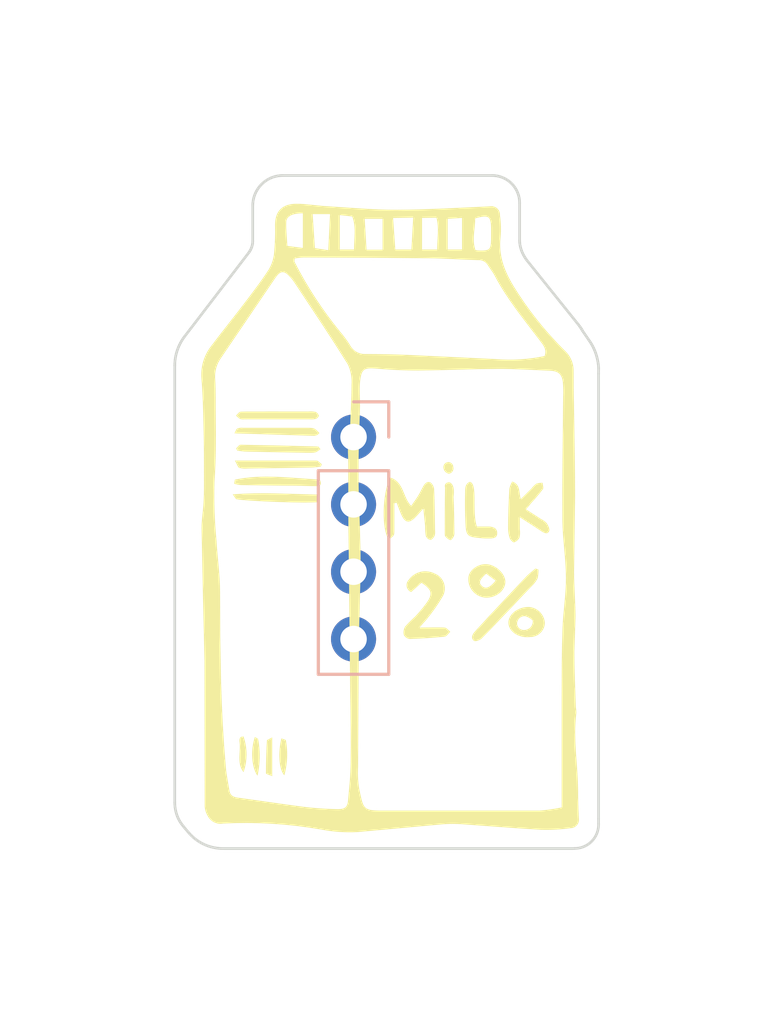
<source format=kicad_pcb>
(kicad_pcb (version 20240108) (generator "pcbnew") (generator_version "8.0")
  (layers (0 "F.Cu" signal) (31 "B.Cu" signal) (34 "B.Paste" user) (35 "F.Paste" user) (36 "B.SilkS" user "B.Silkscreen") (37 "F.SilkS" user "F.Silkscreen") (38 "B.Mask" user) (39 "F.Mask" user) (44 "Edge.Cuts" user))
  (net 0 "")
  (net 1 "Net-(J1-Pin_1)")
  (footprint "PCM_kikit:Tab" (layer "F.Cu") (at 134.8 80.2 90)
    (property "Reference" "REF**" (hide yes))
    (property "Value" "Tab")
  )
  (footprint "PCM_kikit:Tab" (layer "F.Cu") (at 134.8 54.25 -90)
    (property "Reference" "REF**" (hide yes))
    (property "Value" "Tab")
  )
  (footprint "PCM_kikit:Tab" (layer "F.Cu") (at 143.25 70.2 180)
    (property "Reference" "REF**" (hide yes))
    (property "Value" "Tab")
  )
  (footprint "PCM_kikit:Tab" (layer "F.Cu") (at 126.75 70.2)
    (property "Reference" "REF**" (hide yes))
    (property "Value" "Tab")
  )
  (footprint "Connector_PinHeader_2.54mm:PinHeader_1x04_P2.54mm_Vertical" (layer "B.Cu") (at 133.75 64.390911 180)
    (property "Reference" "J1" (hide yes))
    (property "Value" "BOTTLE")
  )
  (gr_poly (pts (xy 129.538606 64.037811) (xy 129.552371 64.038376) (xy 129.566132 64.039344) (xy 129.57988 64.040716) (xy 132.057968 64.040716) (xy 132.098109 64.042228) (xy 132.133506 64.04414) (xy 132.164752 64.046676) (xy 132.192441 64.050061) (xy 132.217168 64.054521) (xy 132.228606 64.057224) (xy 132.239527 64.06028) (xy 132.250004 64.063717) (xy 132.260111 64.067564) (xy 132.269924 64.071848) (xy 132.279516 64.076598) (xy 132.288961 64.081842) (xy 132.298334 64.087607) (xy 132.317161 64.100817) (xy 132.336591 64.116452) (xy 132.357217 64.134737) (xy 132.379633 64.155899) (xy 132.404435 64.180161) (xy 132.463569 64.23889) (xy 132.4539 64.247334) (xy 132.444993 64.255305) (xy 132.429217 64.269855) (xy 132.404069 64.293527) (xy 132.398752 64.298347) (xy 132.393698 64.302737) (xy 132.388845 64.306705) (xy 132.384131 64.310254) (xy 132.379492 64.313391) (xy 132.374867 64.316121) (xy 132.370194 64.31845) (xy 132.365409 64.320382) (xy 132.357723 64.323202) (xy 132.349983 64.325849) (xy 132.342192 64.328322) (xy 132.334354 64.330622) (xy 132.32647 64.332747) (xy 132.318544 64.334698) (xy 132.310579 64.336473) (xy 132.302578 64.338072) (xy 132.294543 64.339494) (xy 132.286478 64.340739) (xy 132.278386 64.341807) (xy 132.270269 64.342696) (xy 132.26213 64.343407) (xy 132.253973 64.343938) (xy 132.2458 64.344289) (xy 132.237614 64.34446) (xy 129.252057 64.251856) (xy 129.260101 64.236937) (xy 129.267618 64.222096) (xy 129.2814 64.192966) (xy 129.294054 64.165095) (xy 129.30623 64.139112) (xy 129.312342 64.127025) (xy 129.31858 64.115646) (xy 129.325023 64.105054) (xy 129.331755 64.095327) (xy 129.338855 64.086544) (xy 129.346405 64.078784) (xy 129.354488 64.072126) (xy 129.358754 64.069234) (xy 129.363183 64.066647) (xy 129.376218 64.062071) (xy 129.389362 64.057883) (xy 129.402605 64.054086) (xy 129.415939 64.05068) (xy 129.429356 64.047667) (xy 129.442846 64.045047) (xy 129.456401 64.042822) (xy 129.470012 64.040992) (xy 129.48367 64.039559) (xy 129.497368 64.038523) (xy 129.511095 64.037886) (xy 129.524844 64.037648)) (fill solid) (layer "F.SilkS"))
  (gr_poly (pts (xy 137.371805 66.098284) (xy 137.387743 66.104921) (xy 137.402754 66.112693) (xy 137.416858 66.121558) (xy 137.430075 66.131475) (xy 137.442424 66.142404) (xy 137.453926 66.154305) (xy 137.464599 66.167136) (xy 137.474464 66.180857) (xy 137.48354 66.195427) (xy 137.491847 66.210806) (xy 137.499405 66.226952) (xy 137.506233 66.243826) (xy 137.51235 66.261386) (xy 137.517778 66.279591) (xy 137.522534 66.298402) (xy 137.526639 66.317777) (xy 137.530113 66.337676) (xy 137.532975 66.358057) (xy 137.535245 66.378881) (xy 137.538087 66.421692) (xy 137.538797 66.465784) (xy 137.537532 66.510831) (xy 137.53445 66.556507) (xy 137.529707 66.602488) (xy 137.523461 66.648446) (xy 137.532566 66.813133) (xy 137.539349 66.977972) (xy 137.547771 67.308019) (xy 137.556798 67.968982) (xy 137.557825 67.979932) (xy 137.558525 67.990891) (xy 137.558899 68.001851) (xy 137.55895 68.012806) (xy 137.558676 68.023747) (xy 137.55808 68.034669) (xy 137.557162 68.045564) (xy 137.555923 68.056425) (xy 137.554365 68.067244) (xy 137.552487 68.078015) (xy 137.550291 68.08873) (xy 137.547778 68.099383) (xy 137.544949 68.109966) (xy 137.541805 68.120472) (xy 137.538346 68.130894) (xy 137.534574 68.141225) (xy 137.528559 68.152328) (xy 137.521703 68.163982) (xy 137.51412 68.175999) (xy 137.505924 68.188193) (xy 137.497228 68.200376) (xy 137.488148 68.212361) (xy 137.478796 68.22396) (xy 137.469287 68.234987) (xy 137.459734 68.245255) (xy 137.450252 68.254575) (xy 137.440955 68.262762) (xy 137.431956 68.269627) (xy 137.423369 68.274984) (xy 137.419266 68.277038) (xy 137.415309 68.278645) (xy 137.411512 68.279781) (xy 137.407889 68.280423) (xy 137.404455 68.280548) (xy 137.401224 68.280131) (xy 137.387626 68.274505) (xy 137.374252 68.268437) (xy 137.361111 68.261935) (xy 137.348214 68.255005) (xy 137.33557 68.247655) (xy 137.323189 68.239894) (xy 137.311081 68.231727) (xy 137.299255 68.223163) (xy 137.287722 68.214208) (xy 137.276492 68.204871) (xy 137.265574 68.195159) (xy 137.254978 68.185078) (xy 137.244715 68.174637) (xy 137.234793 68.163843) (xy 137.225223 68.152703) (xy 137.216015 68.141225) (xy 137.213833 68.138703) (xy 137.211798 68.136005) (xy 137.209904 68.133138) (xy 137.208147 68.130112) (xy 137.206522 68.126933) (xy 137.205023 68.123611) (xy 137.202385 68.116568) (xy 137.200191 68.109047) (xy 137.198402 68.101114) (xy 137.196977 68.092834) (xy 137.195874 68.084271) (xy 137.195053 68.075492) (xy 137.194474 68.066561) (xy 137.193878 68.048503) (xy 137.193791 68.013431) (xy 137.19518 67.154991) (xy 137.198479 66.725772) (xy 137.204903 66.296552) (xy 137.200687 66.279227) (xy 137.197827 66.262046) (xy 137.196936 66.253541) (xy 137.196421 66.245109) (xy 137.196294 66.236763) (xy 137.196567 66.228517) (xy 137.197253 66.220381) (xy 137.198363 66.212369) (xy 137.19991 66.204494) (xy 137.201906 66.196767) (xy 137.204363 66.189202) (xy 137.207293 66.181811) (xy 137.21071 66.174606) (xy 137.214624 66.167601) (xy 137.219048 66.160807) (xy 137.223995 66.154237) (xy 137.229476 66.147904) (xy 137.235503 66.14182) (xy 137.24209 66.135998) (xy 137.249248 66.13045) (xy 137.256989 66.125189) (xy 137.265325 66.120228) (xy 137.274269 66.115578) (xy 137.283834 66.111253) (xy 137.29403 66.107265) (xy 137.304871 66.103627) (xy 137.316368 66.100351) (xy 137.328534 66.09745) (xy 137.341381 66.094936) (xy 137.354921 66.092821)) (fill solid) (layer "F.SilkS"))
  (gr_poly (pts (xy 140.373814 70.800819) (xy 140.403645 70.803866) (xy 140.433059 70.808224) (xy 140.462027 70.813865) (xy 140.49052 70.820757) (xy 140.518506 70.828872) (xy 140.545957 70.838179) (xy 140.572843 70.848649) (xy 140.599133 70.860251) (xy 140.624798 70.872957) (xy 140.649809 70.886735) (xy 140.674134 70.901556) (xy 140.697744 70.917391) (xy 140.72061 70.934209) (xy 140.742702 70.95198) (xy 140.763989 70.970676) (xy 140.784442 70.990265) (xy 140.804031 71.010718) (xy 140.822727 71.032005) (xy 140.840498 71.054097) (xy 140.857316 71.076963) (xy 140.873151 71.100573) (xy 140.887972 71.124899) (xy 140.90175 71.149909) (xy 140.914456 71.175574) (xy 140.926058 71.201864) (xy 140.936528 71.22875) (xy 140.945835 71.256201) (xy 140.95395 71.284187) (xy 140.960842 71.31268) (xy 140.966483 71.341648) (xy 140.970841 71.371062) (xy 140.973888 71.400893) (xy 140.972356 71.426493) (xy 140.969681 71.451781) (xy 140.965888 71.47673) (xy 140.961002 71.501314) (xy 140.955048 71.525505) (xy 140.94805 71.549277) (xy 140.940034 71.572603) (xy 140.931025 71.595456) (xy 140.921046 71.617809) (xy 140.910123 71.639637) (xy 140.898281 71.660911) (xy 140.885545 71.681605) (xy 140.871939 71.701692) (xy 140.857489 71.721146) (xy 140.842218 71.739939) (xy 140.826153 71.758046) (xy 140.809317 71.775438) (xy 140.791736 71.79209) (xy 140.773434 71.807974) (xy 140.754437 71.823064) (xy 140.734768 71.837333) (xy 140.714454 71.850754) (xy 140.693518 71.863301) (xy 140.671985 71.874946) (xy 140.649881 71.885663) (xy 140.627231 71.895424) (xy 140.604058 71.904204) (xy 140.580388 71.911976) (xy 140.556246 71.918711) (xy 140.531656 71.924385) (xy 140.506644 71.92897) (xy 140.481233 71.932439) (xy 140.436785 71.932439) (xy 140.397126 71.937275) (xy 140.357713 71.94035) (xy 140.318608 71.941706) (xy 140.279875 71.941384) (xy 140.203768 71.935869) (xy 140.129888 71.924133) (xy 140.058733 71.906504) (xy 139.990798 71.883311) (xy 139.926579 71.854882) (xy 139.866574 71.821545) (xy 139.811279 71.783629) (xy 139.785553 71.763056) (xy 139.76119 71.741461) (xy 139.738253 71.718886) (xy 139.716804 71.69537) (xy 139.696905 71.670956) (xy 139.678617 71.645685) (xy 139.662003 71.619597) (xy 139.647126 71.592733) (xy 139.634046 71.565135) (xy 139.622827 71.536843) (xy 139.61353 71.507898) (xy 139.606216 71.478343) (xy 139.60095 71.448216) (xy 139.599891 71.437936) (xy 139.923755 71.437936) (xy 139.925036 71.450418) (xy 139.926927 71.462766) (xy 139.929419 71.47496) (xy 139.932499 71.486981) (xy 139.936159 71.498808) (xy 139.940388 71.510421) (xy 139.945176 71.5218) (xy 139.950512 71.532925) (xy 139.956387 71.543775) (xy 139.962789 71.55433) (xy 139.969709 71.564571) (xy 139.977136 71.574476) (xy 139.98506 71.584026) (xy 139.993471 71.593201) (xy 140.002359 71.60198) (xy 140.011713 71.610343) (xy 140.021471 71.618231) (xy 140.031564 71.625591) (xy 140.041971 71.632418) (xy 140.052671 71.638704) (xy 140.063641 71.644443) (xy 140.07486 71.649627) (xy 140.086306 71.654249) (xy 140.097959 71.658303) (xy 140.109796 71.661782) (xy 140.121795 71.664679) (xy 140.133937 71.666987) (xy 140.146198 71.668698) (xy 140.158557 71.669807) (xy 140.170994 71.670306) (xy 140.183485 71.670188) (xy 140.196011 71.669446) (xy 140.213417 71.668858) (xy 140.230676 71.667341) (xy 140.247755 71.66491) (xy 140.264621 71.661582) (xy 140.281241 71.65737) (xy 140.29758 71.652292) (xy 140.313606 71.646363) (xy 140.329285 71.639597) (xy 140.344583 71.63201) (xy 140.359468 71.623618) (xy 140.373907 71.614437) (xy 140.387865 71.604481) (xy 140.401309 71.593767) (xy 140.414206 71.582309) (xy 140.426523 71.570123) (xy 140.438226 71.557225) (xy 140.449216 71.543714) (xy 140.459409 71.529704) (xy 140.468796 71.515229) (xy 140.477365 71.500326) (xy 140.485107 71.485029) (xy 140.492011 71.469374) (xy 140.498067 71.453396) (xy 140.503265 71.43713) (xy 140.507594 71.420612) (xy 140.511045 71.403876) (xy 140.513606 71.386959) (xy 140.515269 71.369896) (xy 140.516022 71.352721) (xy 140.515855 71.335471) (xy 140.514758 71.31818) (xy 140.512721 71.300884) (xy 140.505311 71.300884) (xy 140.490561 71.288341) (xy 140.475518 71.276185) (xy 140.460191 71.264418) (xy 140.444587 71.253047) (xy 140.428714 71.242075) (xy 140.412581 71.231507) (xy 140.396194 71.221347) (xy 140.379561 71.2116) (xy 140.362692 71.202269) (xy 140.345592 71.193361) (xy 140.328271 71.184878) (xy 140.310736 71.176826) (xy 140.292994 71.169209) (xy 140.275054 71.162032) (xy 140.256924 71.155298) (xy 140.238611 71.149012) (xy 140.22335 71.147717) (xy 140.208121 71.147247) (xy 140.192954 71.147594) (xy 140.177881 71.148747) (xy 140.16293 71.150697) (xy 140.148134 71.153433) (xy 140.133524 71.156946) (xy 140.119129 71.161224) (xy 140.104981 71.166259) (xy 140.091111 71.17204) (xy 140.077549 71.178557) (xy 140.064325 71.185801) (xy 140.051472 71.19376) (xy 140.039019 71.202425) (xy 140.026997 71.211787) (xy 140.015438 71.221834) (xy 140.004437 71.23249) (xy 139.99408 71.243665) (xy 139.984379 71.255329) (xy 139.975348 71.267452) (xy 139.966998 71.280005) (xy 139.959342 71.292958) (xy 139.952393 71.306281) (xy 139.946164 71.319945) (xy 139.940668 71.333919) (xy 139.935916 71.348174) (xy 139.931921 71.36268) (xy 139.928697 71.377407) (xy 139.926255 71.392326) (xy 139.92461 71.407407) (xy 139.923772 71.422621) (xy 139.923755 71.437936) (xy 139.599891 71.437936) (xy 139.597791 71.417561) (xy 139.596879 71.386755) (xy 139.598266 71.356184) (xy 139.601883 71.3259) (xy 139.607663 71.295953) (xy 139.61554 71.266393) (xy 139.625444 71.237273) (xy 139.63731 71.208642) (xy 139.651068 71.180552) (xy 139.666653 71.153054) (xy 139.683996 71.126197) (xy 139.70303 71.100034) (xy 139.723687 71.074615) (xy 139.7459 71.049991) (xy 139.769601 71.026212) (xy 139.794724 71.003331) (xy 139.8212 70.981397) (xy 139.848961 70.960461) (xy 139.877942 70.940574) (xy 139.908073 70.921788) (xy 139.939288 70.904152) (xy 139.971519 70.887718) (xy 140.004698 70.872538) (xy 140.038758 70.85866) (xy 140.073632 70.846137) (xy 140.109253 70.83502) (xy 140.145551 70.825358) (xy 140.182461 70.817204) (xy 140.219914 70.810608) (xy 140.257844 70.80562) (xy 140.296182 70.802292) (xy 140.334861 70.800675)) (fill solid) (layer "F.SilkS"))
  (gr_poly (pts (xy 130.802475 66.515329) (xy 132.357993 66.559544) (xy 132.362738 66.559632) (xy 132.366934 66.560894) (xy 132.370627 66.563268) (xy 132.373865 66.56669) (xy 132.376694 66.571099) (xy 132.379162 66.576431) (xy 132.381316 66.582624) (xy 132.383203 66.589615) (xy 132.386364 66.605739) (xy 132.389024 66.624302) (xy 132.394345 66.666737) (xy 132.397762 66.689606) (xy 132.402184 66.712905) (xy 132.40799 66.736134) (xy 132.41153 66.747566) (xy 132.415557 66.758791) (xy 132.420119 66.769748) (xy 132.425262 66.780373) (xy 132.431033 66.790605) (xy 132.437481 66.800379) (xy 132.444652 66.809634) (xy 132.452593 66.818307) (xy 132.461351 66.826335) (xy 132.470973 66.833655) (xy 132.399804 66.846979) (xy 132.277362 66.855949) (xy 131.908317 66.862334) (xy 131.423154 66.855826) (xy 130.881192 66.839443) (xy 130.341746 66.816201) (xy 129.864136 66.789118) (xy 129.507678 66.76121) (xy 129.393418 66.747889) (xy 129.33169 66.735494) (xy 129.327922 66.733959) (xy 129.324248 66.732133) (xy 129.320654 66.730017) (xy 129.317126 66.727613) (xy 129.31365 66.724923) (xy 129.310211 66.721948) (xy 129.306795 66.71869) (xy 129.303388 66.715152) (xy 129.299975 66.711333) (xy 129.296543 66.707237) (xy 129.289562 66.698219) (xy 129.282332 66.68811) (xy 129.274738 66.676924) (xy 129.238449 66.621679) (xy 129.227329 66.605311) (xy 129.215161 66.587947) (xy 129.201832 66.569601) (xy 129.187228 66.550286) (xy 129.600209 66.525389) (xy 130.006398 66.512927) (xy 130.406813 66.510406)) (fill solid) (layer "F.SilkS"))
  (gr_poly (pts (xy 138.166421 66.088622) (xy 138.19138 66.102919) (xy 138.213408 66.122481) (xy 138.23269 66.147038) (xy 138.249412 66.17632) (xy 138.263757 66.210056) (xy 138.275909 66.247977) (xy 138.286054 66.289811) (xy 138.301059 66.38414) (xy 138.310248 66.49088) (xy 138.315095 66.607871) (xy 138.317077 66.732949) (xy 138.31835 66.998719) (xy 138.320593 67.135086) (xy 138.325874 67.270891) (xy 138.33567 67.403973) (xy 138.351456 67.532169) (xy 138.362057 67.593758) (xy 138.374709 67.653316) (xy 138.389596 67.710571) (xy 138.406903 67.765253) (xy 138.829178 67.765253) (xy 138.862083 67.765865) (xy 138.894649 67.767803) (xy 138.926624 67.771223) (xy 138.957754 67.776278) (xy 138.987789 67.783124) (xy 139.016475 67.791916) (xy 139.04356 67.802807) (xy 139.056423 67.809088) (xy 139.068792 67.815953) (xy 139.080634 67.823419) (xy 139.091919 67.831508) (xy 139.102614 67.840237) (xy 139.112688 67.849627) (xy 139.12211 67.859696) (xy 139.130847 67.870464) (xy 139.138869 67.88195) (xy 139.146144 67.894174) (xy 139.15264 67.907155) (xy 139.158326 67.920913) (xy 139.163171 67.935466) (xy 139.167142 67.950833) (xy 139.170208 67.967035) (xy 139.172338 67.984091) (xy 139.1735 68.00202) (xy 139.173663 68.020841) (xy 139.172801 68.039486) (xy 139.170936 68.056904) (xy 139.168106 68.073137) (xy 139.164351 68.088226) (xy 139.159708 68.102213) (xy 139.154217 68.115141) (xy 139.147916 68.127051) (xy 139.140845 68.137986) (xy 139.13304 68.147988) (xy 139.124542 68.157098) (xy 139.115389 68.165359) (xy 139.105619 68.172814) (xy 139.095271 68.179503) (xy 139.084384 68.185469) (xy 139.072997 68.190754) (xy 139.061148 68.1954) (xy 139.048875 68.199449) (xy 139.036218 68.202944) (xy 139.023215 68.205925) (xy 139.009905 68.208436) (xy 138.996326 68.210519) (xy 138.982517 68.212214) (xy 138.954365 68.214614) (xy 138.925757 68.215973) (xy 138.897002 68.216626) (xy 138.84029 68.217162) (xy 138.762792 68.216901) (xy 138.724196 68.216283) (xy 138.685642 68.215078) (xy 138.647088 68.213092) (xy 138.608491 68.210129) (xy 138.569806 68.205995) (xy 138.53099 68.200492) (xy 138.447104 68.193584) (xy 138.372203 68.185679) (xy 138.305767 68.176218) (xy 138.247275 68.164637) (xy 138.220844 68.157877) (xy 138.196205 68.150376) (xy 138.173291 68.142065) (xy 138.152037 68.132873) (xy 138.132378 68.12273) (xy 138.11425 68.111566) (xy 138.097587 68.099311) (xy 138.082323 68.085894) (xy 138.068394 68.071246) (xy 138.055735 68.055296) (xy 138.044281 68.037973) (xy 138.033966 68.019208) (xy 138.024726 67.998931) (xy 138.016494 67.977071) (xy 138.009207 67.953558) (xy 138.002799 67.928323) (xy 137.997205 67.901293) (xy 137.992359 67.872401) (xy 137.984654 67.808744) (xy 137.979163 67.736791) (xy 137.975365 67.655981) (xy 137.963183 67.35843) (xy 137.957076 67.060534) (xy 137.956872 66.762639) (xy 137.962399 66.465092) (xy 137.962742 66.413672) (xy 137.963558 66.386742) (xy 137.965148 66.359321) (xy 137.967768 66.331651) (xy 137.971677 66.303972) (xy 137.977133 66.276526) (xy 137.984392 66.249556) (xy 137.993714 66.223301) (xy 137.999229 66.210518) (xy 138.005355 66.198005) (xy 138.012126 66.185791) (xy 138.019574 66.173908) (xy 138.02773 66.162384) (xy 138.036628 66.151251) (xy 138.046298 66.140538) (xy 138.056774 66.130276) (xy 138.068088 66.120495) (xy 138.080271 66.111226) (xy 138.093357 66.102497) (xy 138.107377 66.09434) (xy 138.122363 66.086785) (xy 138.138349 66.079861)) (fill solid) (layer "F.SilkS"))
  (gr_poly (pts (xy 132.18631 63.423223) (xy 132.219239 63.425706) (xy 132.252062 63.429437) (xy 132.284743 63.434415) (xy 132.317247 63.440637) (xy 132.328185 63.446475) (xy 132.338756 63.452841) (xy 132.348944 63.459715) (xy 132.358734 63.46708) (xy 132.36811 63.474917) (xy 132.377056 63.483207) (xy 132.385557 63.491932) (xy 132.393598 63.501073) (xy 132.401163 63.510612) (xy 132.408236 63.520529) (xy 132.414803 63.530807) (xy 132.420847 63.541427) (xy 132.426354 63.55237) (xy 132.431307 63.563618) (xy 132.435691 63.575152) (xy 132.439491 63.586953) (xy 132.439325 63.589517) (xy 132.438835 63.592333) (xy 132.438035 63.595383) (xy 132.436937 63.598649) (xy 132.433899 63.605751) (xy 132.429825 63.613491) (xy 132.424818 63.621719) (xy 132.418981 63.630286) (xy 132.412416 63.639043) (xy 132.405228 63.647841) (xy 132.397518 63.65653) (xy 132.389391 63.664962) (xy 132.380949 63.672986) (xy 132.372296 63.680454) (xy 132.363534 63.687217) (xy 132.354767 63.693125) (xy 132.350413 63.695712) (xy 132.346097 63.69803) (xy 132.341831 63.700059) (xy 132.337628 63.701781) (xy 132.310798 63.708244) (xy 132.283759 63.713594) (xy 132.256546 63.717829) (xy 132.229194 63.720945) (xy 132.201737 63.722938) (xy 132.17421 63.723806) (xy 132.146647 63.723545) (xy 132.119084 63.722152) (xy 129.639142 63.722152) (xy 129.628199 63.723433) (xy 129.61724 63.724434) (xy 129.606269 63.725154) (xy 129.595292 63.725595) (xy 129.584315 63.725756) (xy 129.573342 63.725637) (xy 129.56238 63.72524) (xy 129.551432 63.724564) (xy 129.540506 63.723611) (xy 129.529605 63.722379) (xy 129.518736 63.720871) (xy 129.507903 63.719086) (xy 129.497112 63.717024) (xy 129.486369 63.714687) (xy 129.475678 63.712074) (xy 129.465046 63.709185) (xy 129.4545 63.702265) (xy 129.444083 63.695162) (xy 129.4338 63.687879) (xy 129.423651 63.680418) (xy 129.413638 63.67278) (xy 129.403765 63.664969) (xy 129.394033 63.656985) (xy 129.384444 63.64883) (xy 129.375002 63.640507) (xy 129.365707 63.632018) (xy 129.356563 63.623364) (xy 129.347571 63.614548) (xy 129.338734 63.605571) (xy 129.330054 63.596435) (xy 129.321533 63.587142) (xy 129.313173 63.577695) (xy 129.323918 63.567872) (xy 129.334628 63.557281) (xy 129.34531 63.546109) (xy 129.355973 63.534545) (xy 129.377276 63.510984) (xy 129.398599 63.488096) (xy 129.40929 63.477372) (xy 129.42001 63.467378) (xy 129.430769 63.458302) (xy 129.441573 63.450329) (xy 129.446995 63.446816) (xy 129.452432 63.443648) (xy 129.457884 63.440851) (xy 129.463353 63.438446) (xy 129.46884 63.436458) (xy 129.474345 63.43491) (xy 129.47987 63.433825) (xy 129.485416 63.433227) (xy 129.618075 63.428956) (xy 129.750756 63.426833) (xy 130.01627 63.426514) (xy 130.28213 63.427238) (xy 130.415244 63.426417) (xy 130.54851 63.423969) (xy 130.902258 63.423969) (xy 130.902258 63.425822) (xy 132.054254 63.425822) (xy 132.087248 63.423289) (xy 132.120279 63.422013) (xy 132.153312 63.421992)) (fill solid) (layer "F.SilkS"))
  (gr_poly (pts (xy 136.505478 69.455751) (xy 136.53978 69.458535) (xy 136.574043 69.462869) (xy 136.608218 69.468765) (xy 136.642254 69.476238) (xy 136.676099 69.4853) (xy 136.709702 69.495964) (xy 136.743013 69.508243) (xy 136.775981 69.52215) (xy 136.808555 69.537698) (xy 136.839868 69.550718) (xy 136.870233 69.565388) (xy 136.899597 69.581651) (xy 136.927905 69.599452) (xy 136.955106 69.618735) (xy 136.981146 69.639444) (xy 137.005972 69.661524) (xy 137.029529 69.684919) (xy 137.051767 69.709572) (xy 137.07263 69.735428) (xy 137.092066 69.762432) (xy 137.110022 69.790527) (xy 137.126444 69.819657) (xy 137.141279 69.849767) (xy 137.154475 69.880801) (xy 137.165977 69.912704) (xy 137.175673 69.945201) (xy 137.183491 69.978005) (xy 137.189441 70.01104) (xy 137.193532 70.044229) (xy 137.195775 70.077497) (xy 137.196178 70.110766) (xy 137.194752 70.143959) (xy 137.191506 70.177001) (xy 137.18645 70.209815) (xy 137.179593 70.242324) (xy 137.170945 70.274452) (xy 137.160516 70.306122) (xy 137.148316 70.337258) (xy 137.134353 70.367783) (xy 137.118639 70.397621) (xy 137.101181 70.426696) (xy 137.038613 70.530901) (xy 136.974038 70.633833) (xy 136.907475 70.735463) (xy 136.838945 70.835763) (xy 136.768467 70.934704) (xy 136.696062 71.032258) (xy 136.62175 71.128396) (xy 136.54555 71.223089) (xy 136.531458 71.241996) (xy 136.516928 71.260622) (xy 136.501916 71.279117) (xy 136.486374 71.297634) (xy 136.453518 71.335342) (xy 136.417992 71.374959) (xy 136.337455 71.464785) (xy 136.291706 71.517425) (xy 136.241812 71.576837) (xy 136.744421 71.57267) (xy 136.968205 71.572149) (xy 137.076787 71.573647) (xy 137.184522 71.576837) (xy 137.19163 71.577136) (xy 137.198717 71.578015) (xy 137.205784 71.579446) (xy 137.212831 71.581402) (xy 137.219859 71.583854) (xy 137.226869 71.586774) (xy 137.233861 71.590136) (xy 137.240836 71.593911) (xy 137.247795 71.59807) (xy 137.254739 71.602588) (xy 137.268581 71.612583) (xy 137.282369 71.623675) (xy 137.296109 71.63564) (xy 137.309805 71.648256) (xy 137.323463 71.661301) (xy 137.350687 71.687787) (xy 137.364264 71.700783) (xy 137.377825 71.713318) (xy 137.391375 71.725169) (xy 137.40492 71.736114) (xy 137.391785 71.748103) (xy 137.378755 71.761012) (xy 137.365807 71.774631) (xy 137.352916 71.788753) (xy 137.327207 71.817667) (xy 137.301433 71.846081) (xy 137.288461 71.859579) (xy 137.275399 71.872325) (xy 137.262223 71.884111) (xy 137.248909 71.894728) (xy 137.235432 71.903966) (xy 137.228624 71.908003) (xy 137.221767 71.911617) (xy 137.214857 71.914782) (xy 137.207892 71.917472) (xy 137.200867 71.91966) (xy 137.19378 71.921321) (xy 136.863763 71.951764) (xy 136.533051 71.97642) (xy 136.201644 71.995289) (xy 135.869541 72.00837) (xy 135.851744 72.005803) (xy 135.834269 72.002144) (xy 135.817161 71.997423) (xy 135.800461 71.991668) (xy 135.784211 71.984909) (xy 135.768454 71.977177) (xy 135.753232 71.9685) (xy 135.738587 71.958908) (xy 135.724562 71.948431) (xy 135.711198 71.937099) (xy 135.698539 71.924941) (xy 135.686627 71.911986) (xy 135.675503 71.898265) (xy 135.665211 71.883806) (xy 135.655792 71.86864) (xy 135.647289 71.852796) (xy 135.643095 71.832393) (xy 135.639938 71.811897) (xy 135.637811 71.791345) (xy 135.636707 71.770775) (xy 135.636621 71.750225) (xy 135.637546 71.72973) (xy 135.639475 71.709329) (xy 135.642403 71.68906) (xy 135.646322 71.668958) (xy 135.651228 71.649062) (xy 135.657112 71.629409) (xy 135.663969 71.610036) (xy 135.671793 71.59098) (xy 135.680577 71.57228) (xy 135.690316 71.553971) (xy 135.701001 71.536091) (xy 135.745169 71.487698) (xy 135.789959 71.43989) (xy 135.835364 71.392673) (xy 135.881378 71.346054) (xy 135.927996 71.300039) (xy 135.975212 71.254633) (xy 136.023019 71.209842) (xy 136.071412 71.165674) (xy 136.131986 71.101089) (xy 136.191417 71.03548) (xy 136.249695 70.968861) (xy 136.306805 70.901248) (xy 136.362736 70.832656) (xy 136.417475 70.763101) (xy 136.471009 70.692598) (xy 136.523326 70.621162) (xy 136.5621 70.561935) (xy 136.579037 70.533669) (xy 136.594327 70.50624) (xy 136.607961 70.4796) (xy 136.619929 70.453703) (xy 136.630221 70.428502) (xy 136.638827 70.40395) (xy 136.645737 70.38) (xy 136.650942 70.356605) (xy 136.654431 70.33372) (xy 136.656195 70.311296) (xy 136.656224 70.289287) (xy 136.654509 70.267647) (xy 136.651038 70.246328) (xy 136.645803 70.225284) (xy 136.638794 70.204467) (xy 136.630001 70.183832) (xy 136.619413 70.163331) (xy 136.607022 70.142917) (xy 136.592817 70.122544) (xy 136.576788 70.102165) (xy 136.558926 70.081734) (xy 136.539221 70.061202) (xy 136.517663 70.040524) (xy 136.494242 70.019652) (xy 136.441772 69.977142) (xy 136.381733 69.933297) (xy 136.314046 69.887743) (xy 135.925107 70.23779) (xy 135.909542 70.230793) (xy 135.894527 70.22292) (xy 135.880089 70.214207) (xy 135.866259 70.204687) (xy 135.853065 70.194395) (xy 135.840536 70.183365) (xy 135.828701 70.171631) (xy 135.817589 70.159229) (xy 135.80723 70.146191) (xy 135.797651 70.132553) (xy 135.788883 70.118349) (xy 135.780953 70.103614) (xy 135.773892 70.08838) (xy 135.767728 70.072684) (xy 135.762489 70.056559) (xy 135.758206 70.040039) (xy 135.754929 70.023291) (xy 135.752684 70.006486) (xy 135.751459 69.989668) (xy 135.751244 69.972879) (xy 135.752025 69.956164) (xy 135.753794 69.939566) (xy 135.756537 69.923129) (xy 135.760244 69.906895) (xy 135.764904 69.890909) (xy 135.770505 69.875214) (xy 135.777036 69.859852) (xy 135.784485 69.844869) (xy 135.792842 69.830307) (xy 135.802095 69.81621) (xy 135.812233 69.802621) (xy 135.823245 69.789584) (xy 135.844361 69.76031) (xy 135.86661 69.732287) (xy 135.889941 69.705528) (xy 135.914304 69.680045) (xy 135.939648 69.655852) (xy 135.965922 69.632962) (xy 135.993074 69.611387) (xy 136.021054 69.591142) (xy 136.049811 69.572237) (xy 136.079294 69.554688) (xy 136.109453 69.538507) (xy 136.140235 69.523706) (xy 136.171591 69.510299) (xy 136.203469 69.498299) (xy 136.235819 69.487718) (xy 136.268589 69.478571) (xy 136.301729 69.470869) (xy 136.335188 69.464626) (xy 136.368914 69.459855) (xy 136.402857 69.456569) (xy 136.436966 69.454781) (xy 136.47119 69.454504)) (fill solid) (layer "F.SilkS"))
  (gr_poly (pts (xy 130.945782 64.708856) (xy 132.408003 64.746359) (xy 132.409908 64.746472) (xy 132.411811 64.746811) (xy 132.413717 64.747373) (xy 132.415635 64.748156) (xy 132.417571 64.749158) (xy 132.419535 64.750375) (xy 132.421532 64.751806) (xy 132.423571 64.753448) (xy 132.425658 64.7553) (xy 132.427802 64.757357) (xy 132.430009 64.759619) (xy 132.432288 64.762083) (xy 132.437089 64.767606) (xy 132.442265 64.773908) (xy 132.467904 64.806522) (xy 132.475847 64.816432) (xy 132.484522 64.827007) (xy 132.49399 64.838228) (xy 132.504309 64.850075) (xy 132.488808 64.859385) (xy 132.473547 64.869165) (xy 132.443653 64.889578) (xy 132.414453 64.910207) (xy 132.385775 64.929947) (xy 132.371577 64.939137) (xy 132.357444 64.94769) (xy 132.343355 64.955467) (xy 132.329287 64.962329) (xy 132.315219 64.968139) (xy 132.30113 64.972758) (xy 132.29407 64.974578) (xy 132.286997 64.976047) (xy 132.279907 64.97715) (xy 132.272799 64.977869) (xy 132.190066 64.982655) (xy 132.107182 64.984901) (xy 132.024167 64.985194) (xy 131.941043 64.98412) (xy 131.774559 64.980213) (xy 131.691241 64.978553) (xy 131.607902 64.977869) (xy 130.632318 64.959812) (xy 129.657658 64.938977) (xy 129.619941 64.935898) (xy 129.582274 64.932309) (xy 129.544663 64.928209) (xy 129.507112 64.9236) (xy 129.469627 64.918481) (xy 129.432214 64.912855) (xy 129.394877 64.906721) (xy 129.357622 64.900079) (xy 129.316876 64.816739) (xy 129.327314 64.807264) (xy 129.337787 64.797024) (xy 129.358807 64.775009) (xy 129.37987 64.752212) (xy 129.400912 64.730154) (xy 129.411404 64.719877) (xy 129.421867 64.710354) (xy 129.432292 64.701774) (xy 129.442671 64.694329) (xy 129.44784 64.691091) (xy 129.452995 64.688208) (xy 129.458134 64.685703) (xy 129.463257 64.683601) (xy 129.468362 64.681924) (xy 129.473449 64.680697) (xy 129.478516 64.679943) (xy 129.483562 64.679687)) (fill solid) (layer "F.SilkS"))
  (gr_poly (pts (xy 130.864064 65.890252) (xy 131.265124 65.911381) (xy 131.667203 65.939997) (xy 132.474681 65.996515) (xy 132.486905 66.021502) (xy 132.497112 66.04569) (xy 132.505199 66.068978) (xy 132.508413 66.080252) (xy 132.511058 66.091261) (xy 132.513119 66.101995) (xy 132.514583 66.112438) (xy 132.515438 66.122579) (xy 132.51567 66.132405) (xy 132.515265 66.141902) (xy 132.514212 66.151058) (xy 132.512495 66.15986) (xy 132.510103 66.168296) (xy 132.507021 66.176351) (xy 132.503237 66.184014) (xy 132.498738 66.191271) (xy 132.49351 66.198109) (xy 132.48754 66.204516) (xy 132.480814 66.210479) (xy 132.47332 66.215985) (xy 132.465044 66.221021) (xy 132.455974 66.225573) (xy 132.446095 66.229631) (xy 132.435395 66.233179) (xy 132.42386 66.236206) (xy 132.411478 66.238698) (xy 132.398234 66.240643) (xy 132.384116 66.242028) (xy 132.369111 66.242839) (xy 132.159854 66.240467) (xy 131.950771 66.234969) (xy 131.740646 66.228776) (xy 131.528263 66.224318) (xy 131.020069 66.222408) (xy 130.511701 66.217373) (xy 129.490972 66.202094) (xy 129.459481 66.198405) (xy 129.428098 66.193979) (xy 129.396836 66.188818) (xy 129.365708 66.182926) (xy 129.334727 66.176303) (xy 129.303906 66.168954) (xy 129.273257 66.16088) (xy 129.242793 66.152084) (xy 129.268725 65.996515) (xy 129.467449 65.958934) (xy 129.666355 65.929743) (xy 129.865451 65.908219) (xy 130.064745 65.893638) (xy 130.264245 65.885275) (xy 130.46396 65.882406)) (fill solid) (layer "F.SilkS"))
  (gr_poly (pts (xy 140.729417 69.387678) (xy 140.730523 69.429925) (xy 140.730182 69.472148) (xy 140.728396 69.51431) (xy 140.725171 69.556373) (xy 140.720508 69.598301) (xy 140.714412 69.640057) (xy 140.706887 69.681604) (xy 140.697935 69.722905) (xy 140.687836 69.742533) (xy 140.677299 69.761907) (xy 140.66633 69.78102) (xy 140.654934 69.799865) (xy 140.643117 69.818434) (xy 140.630883 69.836722) (xy 140.618238 69.85472) (xy 140.605187 69.872423) (xy 140.591736 69.889824) (xy 140.577888 69.906914) (xy 140.563651 69.923689) (xy 140.549028 69.94014) (xy 140.534025 69.95626) (xy 140.518647 69.972044) (xy 140.5029 69.987484) (xy 140.486789 70.002572) (xy 139.543615 70.99691) (xy 139.069423 71.492083) (xy 138.592106 71.984304) (xy 138.578423 71.997065) (xy 138.562596 72.00956) (xy 138.544957 72.021653) (xy 138.525837 72.033209) (xy 138.505566 72.044093) (xy 138.484476 72.054168) (xy 138.462897 72.063299) (xy 138.441161 72.07135) (xy 138.419599 72.078186) (xy 138.398541 72.08367) (xy 138.378319 72.087668) (xy 138.359263 72.090044) (xy 138.341706 72.090661) (xy 138.333592 72.090268) (xy 138.325976 72.089385) (xy 138.318901 72.087995) (xy 138.312407 72.08608) (xy 138.306535 72.083624) (xy 138.301328 72.080609) (xy 138.289386 72.071615) (xy 138.278544 72.062355) (xy 138.268774 72.052842) (xy 138.260046 72.043093) (xy 138.252334 72.033124) (xy 138.245608 72.022948) (xy 138.239839 72.012582) (xy 138.235 72.00204) (xy 138.231061 71.991339) (xy 138.227995 71.980492) (xy 138.225772 71.969516) (xy 138.224365 71.958426) (xy 138.223744 71.947237) (xy 138.223882 71.935964) (xy 138.22475 71.924622) (xy 138.226318 71.913228) (xy 138.22856 71.901795) (xy 138.231446 71.89034) (xy 138.234948 71.878877) (xy 138.239037 71.867422) (xy 138.243685 71.85599) (xy 138.248863 71.844596) (xy 138.260698 71.821985) (xy 138.274311 71.79971) (xy 138.289477 71.777894) (xy 138.305966 71.756658) (xy 138.323552 71.736125) (xy 138.449492 71.597218) (xy 138.576823 71.458312) (xy 138.832875 71.180501) (xy 139.558427 70.406098) (xy 140.286762 69.635863) (xy 140.305704 69.616666) (xy 140.325004 69.597928) (xy 140.34463 69.579586) (xy 140.364549 69.561577) (xy 140.405136 69.526312) (xy 140.446504 69.491632) (xy 140.530542 69.422035) (xy 140.57269 69.386119) (xy 140.614578 69.348792)) (fill solid) (layer "F.SilkS"))
  (gr_poly (pts (xy 138.775039 69.186869) (xy 138.809822 69.190034) (xy 138.844549 69.195214) (xy 138.879143 69.202332) (xy 138.913526 69.211309) (xy 138.947622 69.222068) (xy 138.981354 69.234532) (xy 139.014645 69.248623) (xy 139.047417 69.264263) (xy 139.079595 69.281374) (xy 139.141856 69.3197) (xy 139.200813 69.36298) (xy 139.255849 69.410593) (xy 139.30635 69.461917) (xy 139.351698 69.516332) (xy 139.372248 69.544504) (xy 139.391279 69.573215) (xy 139.408713 69.602388) (xy 139.424475 69.631946) (xy 139.438488 69.66181) (xy 139.450673 69.691903) (xy 139.460954 69.722147) (xy 139.469255 69.752464) (xy 139.475497 69.782778) (xy 139.479605 69.81301) (xy 139.481502 69.843082) (xy 139.481109 69.872918) (xy 139.478622 69.90245) (xy 139.474319 69.93164) (xy 139.468254 69.960446) (xy 139.460476 69.988829) (xy 139.451038 70.016749) (xy 139.439991 70.044168) (xy 139.427387 70.071044) (xy 139.413277 70.097339) (xy 139.397713 70.123013) (xy 139.380746 70.148026) (xy 139.362428 70.172338) (xy 139.342811 70.19591) (xy 139.321946 70.218702) (xy 139.299884 70.240674) (xy 139.276677 70.261787) (xy 139.252377 70.282001) (xy 139.227036 70.301276) (xy 139.200704 70.319573) (xy 139.173433 70.336851) (xy 139.145275 70.353072) (xy 139.116281 70.368196) (xy 139.086504 70.382182) (xy 139.055994 70.394991) (xy 139.024803 70.406584) (xy 138.992982 70.416921) (xy 138.960584 70.425962) (xy 138.927659 70.433668) (xy 138.894259 70.439998) (xy 138.860437 70.444914) (xy 138.826242 70.448374) (xy 138.791727 70.450341) (xy 138.756944 70.450774) (xy 138.722061 70.448736) (xy 138.687478 70.444972) (xy 138.653254 70.439509) (xy 138.619446 70.432374) (xy 138.586112 70.423592) (xy 138.553311 70.413192) (xy 138.5211 70.401198) (xy 138.489539 70.387639) (xy 138.458683 70.37254) (xy 138.428593 70.355929) (xy 138.399326 70.337832) (xy 138.370939 70.318275) (xy 138.343492 70.297286) (xy 138.317041 70.274891) (xy 138.291646 70.251116) (xy 138.267364 70.225989) (xy 138.244372 70.199676) (xy 138.222821 70.172368) (xy 138.202734 70.144124) (xy 138.184132 70.115005) (xy 138.167037 70.085071) (xy 138.15147 70.054381) (xy 138.137454 70.022997) (xy 138.125009 69.990978) (xy 138.114157 69.958385) (xy 138.104921 69.925277) (xy 138.097322 69.891715) (xy 138.094094 69.873266) (xy 138.522811 69.873266) (xy 138.523514 69.885544) (xy 138.525316 69.897607) (xy 138.528208 69.909481) (xy 138.532176 69.921189) (xy 138.537211 69.932756) (xy 138.543301 69.944206) (xy 138.550435 69.955564) (xy 138.558601 69.966854) (xy 138.567789 69.978101) (xy 138.577987 69.989329) (xy 138.60137 70.011825) (xy 138.61408 70.022621) (xy 138.626868 70.032428) (xy 138.639748 70.041234) (xy 138.652733 70.049029) (xy 138.665836 70.055799) (xy 138.67907 70.061533) (xy 138.692448 70.066219) (xy 138.705984 70.069846) (xy 138.719691 70.072401) (xy 138.733582 70.073872) (xy 138.747671 70.074249) (xy 138.76197 70.073517) (xy 138.776493 70.071667) (xy 138.791253 70.068686) (xy 138.806263 70.064562) (xy 138.821536 70.059283) (xy 138.837087 70.052838) (xy 138.852927 70.045214) (xy 138.869071 70.036399) (xy 138.885531 70.026383) (xy 138.90232 70.015153) (xy 138.919453 70.002696) (xy 138.936942 69.989002) (xy 138.954799 69.974058) (xy 138.97304 69.957853) (xy 138.991676 69.940374) (xy 139.010722 69.92161) (xy 139.030189 69.901548) (xy 139.070444 69.857487) (xy 139.112546 69.808094) (xy 138.756944 69.545101) (xy 138.710982 69.587782) (xy 138.670269 69.62775) (xy 138.634716 69.6652) (xy 138.604234 69.700328) (xy 138.578733 69.733329) (xy 138.567823 69.749093) (xy 138.558124 69.764398) (xy 138.549625 69.77927) (xy 138.542316 69.793731) (xy 138.536185 69.807808) (xy 138.531221 69.821524) (xy 138.527413 69.834903) (xy 138.524749 69.84797) (xy 138.523219 69.86075) (xy 138.522811 69.873266) (xy 138.094094 69.873266) (xy 138.091381 69.857759) (xy 138.087121 69.823469) (xy 138.084562 69.788906) (xy 138.083727 69.754128) (xy 138.084637 69.719197) (xy 138.085588 69.693535) (xy 138.088399 69.667974) (xy 138.093011 69.642563) (xy 138.099363 69.61735) (xy 138.107397 69.592383) (xy 138.117051 69.567709) (xy 138.128265 69.543376) (xy 138.140981 69.519432) (xy 138.155137 69.495925) (xy 138.170673 69.472902) (xy 138.18753 69.450412) (xy 138.205648 69.428503) (xy 138.224966 69.407221) (xy 138.245425 69.386615) (xy 138.266964 69.366733) (xy 138.289523 69.347622) (xy 138.313043 69.329331) (xy 138.337464 69.311907) (xy 138.362724 69.295398) (xy 138.388765 69.279851) (xy 138.415527 69.265316) (xy 138.442948 69.251838) (xy 138.47097 69.239467) (xy 138.499533 69.22825) (xy 138.528575 69.218235) (xy 138.558038 69.209469) (xy 138.58786 69.202001) (xy 138.617983 69.195878) (xy 138.648346 69.191149) (xy 138.67889 69.18786) (xy 138.709553 69.18606) (xy 138.740276 69.185797)) (fill solid) (layer "F.SilkS"))
  (gr_poly (pts (xy 129.621783 75.767099) (xy 129.645277 75.850246) (xy 129.665175 75.934087) (xy 129.681476 76.018509) (xy 129.694182 76.103395) (xy 129.703291 76.188631) (xy 129.708804 76.274102) (xy 129.71072 76.359693) (xy 129.709038 76.445289) (xy 129.70376 76.530774) (xy 129.694885 76.616035) (xy 129.682412 76.700956) (xy 129.666341 76.785421) (xy 129.646673 76.869317) (xy 129.623406 76.952527) (xy 129.596542 77.034938) (xy 129.596542 77.034932) (xy 129.573414 77.003492) (xy 129.552576 76.971688) (xy 129.533916 76.93954) (xy 129.517326 76.907063) (xy 129.502696 76.874276) (xy 129.489917 76.841196) (xy 129.478879 76.807839) (xy 129.469472 76.774224) (xy 129.455116 76.706286) (xy 129.445971 76.63752) (xy 129.441161 76.568065) (xy 129.43981 76.49806) (xy 129.441043 76.427642) (xy 129.443981 76.35695) (xy 129.451473 76.215298) (xy 129.454274 76.144615) (xy 129.455275 76.074211) (xy 129.453602 76.004225) (xy 129.448378 75.934795) (xy 129.44403 75.895488) (xy 129.4422 75.874899) (xy 129.441027 75.854055) (xy 129.440831 75.833233) (xy 129.441932 75.812709) (xy 129.444649 75.79276) (xy 129.446714 75.783088) (xy 129.449304 75.773664) (xy 129.452458 75.764521) (xy 129.456216 75.755696) (xy 129.460618 75.747221) (xy 129.465705 75.739133) (xy 129.471516 75.731465) (xy 129.478092 75.724252) (xy 129.485472 75.717529) (xy 129.493696 75.71133) (xy 129.502805 75.70569) (xy 129.512838 75.700643) (xy 129.523836 75.696224) (xy 129.535839 75.692468) (xy 129.548886 75.68941) (xy 129.563017 75.687083) (xy 129.578273 75.685522) (xy 129.594694 75.684763)) (fill solid) (layer "F.SilkS"))
  (gr_poly (pts (xy 130.680012 77.18495) (xy 130.637389 77.167193) (xy 130.595309 77.151237) (xy 130.519113 77.123601) (xy 130.488167 77.111356) (xy 130.475174 77.105504) (xy 130.4641 77.099784) (xy 130.455142 77.094163) (xy 130.448498 77.088604) (xy 130.446106 77.085837) (xy 130.444367 77.083072) (xy 130.443305 77.080306) (xy 130.442945 77.077533) (xy 130.445058 76.768088) (xy 130.451511 76.459166) (xy 130.462479 76.150591) (xy 130.478135 75.842191) (xy 130.478425 75.838912) (xy 130.479283 75.83567) (xy 130.480691 75.832457) (xy 130.482632 75.829266) (xy 130.485086 75.82609) (xy 130.488036 75.822921) (xy 130.491465 75.819754) (xy 130.495353 75.816579) (xy 130.499684 75.813392) (xy 130.504439 75.810184) (xy 130.515151 75.803676) (xy 130.527343 75.797001) (xy 130.540873 75.7901) (xy 130.605493 75.759107) (xy 130.623554 75.750225) (xy 130.64209 75.740777) (xy 130.660957 75.730705) (xy 130.680012 75.719952)) (fill solid) (layer "F.SilkS"))
  (gr_poly (pts (xy 130.035515 75.708251) (xy 130.045233 75.71484) (xy 130.06541 75.727447) (xy 130.104941 75.751205) (xy 130.11386 75.757016) (xy 130.122123 75.762835) (xy 130.129594 75.768691) (xy 130.136137 75.774616) (xy 130.141617 75.780638) (xy 130.143915 75.783696) (xy 130.145897 75.786788) (xy 130.147545 75.78992) (xy 130.148843 75.793096) (xy 130.149773 75.796318) (xy 130.150319 75.79959) (xy 130.164868 75.884843) (xy 130.177258 75.97034) (xy 130.187489 76.05604) (xy 130.195562 76.141903) (xy 130.201478 76.227887) (xy 130.205237 76.313952) (xy 130.20684 76.400058) (xy 130.206289 76.486164) (xy 130.203583 76.572229) (xy 130.198724 76.658213) (xy 130.191711 76.744075) (xy 130.182547 76.829774) (xy 130.171232 76.915269) (xy 130.157766 77.000521) (xy 130.142151 77.085488) (xy 130.124387 77.17013) (xy 130.102622 77.137895) (xy 130.082121 77.103765) (xy 130.044888 77.030223) (xy 130.012641 76.950316) (xy 129.985335 76.864856) (xy 129.962923 76.774654) (xy 129.94536 76.68052) (xy 129.932598 76.583266) (xy 129.924592 76.483703) (xy 129.921297 76.382643) (xy 129.922665 76.280897) (xy 129.92865 76.179275) (xy 129.939207 76.078589) (xy 129.954289 75.979651) (xy 129.973851 75.88327) (xy 129.997845 75.79026) (xy 130.026227 75.70143)) (fill solid) (layer "F.SilkS"))
  (gr_poly (pts (xy 137.339627 65.336412) (xy 137.348946 65.337172) (xy 137.358137 65.338389) (xy 137.367189 65.340052) (xy 137.376088 65.342151) (xy 137.384823 65.344674) (xy 137.393381 65.34761) (xy 137.40175 65.350947) (xy 137.409918 65.354676) (xy 137.417874 65.358784) (xy 137.425604 65.36326) (xy 137.433097 65.368095) (xy 137.44034 65.373275) (xy 137.447322 65.378791) (xy 137.45403 65.384631) (xy 137.460451 65.390784) (xy 137.466575 65.397239) (xy 137.472389 65.403985) (xy 137.47788 65.411011) (xy 137.483036 65.418305) (xy 137.487846 65.425857) (xy 137.492296 65.433656) (xy 137.496376 65.44169) (xy 137.500073 65.449948) (xy 137.503374 65.458419) (xy 137.506268 65.467092) (xy 137.508741 65.475957) (xy 137.510784 65.485001) (xy 137.512382 65.494214) (xy 137.513524 65.503584) (xy 137.514197 65.513101) (xy 137.517041 65.523735) (xy 137.519302 65.534449) (xy 137.520983 65.545223) (xy 137.522088 65.556034) (xy 137.52262 65.566858) (xy 137.522581 65.577673) (xy 137.521975 65.588457) (xy 137.520804 65.599187) (xy 137.519073 65.609841) (xy 137.516783 65.620396) (xy 137.513938 65.630829) (xy 137.510541 65.641118) (xy 137.506595 65.65124) (xy 137.502103 65.661173) (xy 137.497068 65.670895) (xy 137.491493 65.680381) (xy 137.48542 65.689557) (xy 137.478898 65.69835) (xy 137.471948 65.706749) (xy 137.464589 65.71474) (xy 137.456838 65.722312) (xy 137.448716 65.729451) (xy 137.440241 65.736145) (xy 137.431432 65.742381) (xy 137.422308 65.748147) (xy 137.412888 65.753429) (xy 137.403191 65.758215) (xy 137.393236 65.762492) (xy 137.383042 65.766249) (xy 137.372627 65.769471) (xy 137.362012 65.772146) (xy 137.351214 65.774263) (xy 137.340137 65.772092) (xy 137.329256 65.769451) (xy 137.318582 65.76635) (xy 137.308124 65.762803) (xy 137.297892 65.75882) (xy 137.287898 65.754414) (xy 137.278149 65.749596) (xy 137.268657 65.744378) (xy 137.259432 65.738772) (xy 137.250483 65.732789) (xy 137.24182 65.726442) (xy 137.233454 65.719742) (xy 137.225395 65.712701) (xy 137.217651 65.70533) (xy 137.210235 65.697642) (xy 137.203154 65.689649) (xy 137.19642 65.681361) (xy 137.190043 65.672791) (xy 137.184032 65.663951) (xy 137.178397 65.654852) (xy 137.173149 65.645507) (xy 137.168297 65.635926) (xy 137.163852 65.626122) (xy 137.159823 65.616107) (xy 137.15622 65.605892) (xy 137.153054 65.595489) (xy 137.150334 65.58491) (xy 137.148071 65.574167) (xy 137.146274 65.563271) (xy 137.144953 65.552235) (xy 137.144119 65.541069) (xy 137.143781 65.529786) (xy 137.143596 65.520247) (xy 137.143891 65.510812) (xy 137.144655 65.501492) (xy 137.145876 65.492301) (xy 137.147543 65.48325) (xy 137.149645 65.474352) (xy 137.152171 65.465618) (xy 137.155111 65.457061) (xy 137.158452 65.448693) (xy 137.162183 65.440526) (xy 137.166295 65.432572) (xy 137.170775 65.424844) (xy 137.175612 65.417353) (xy 137.180796 65.410111) (xy 137.186315 65.403132) (xy 137.192157 65.396426) (xy 137.198313 65.390007) (xy 137.204771 65.383886) (xy 137.211519 65.378075) (xy 137.218547 65.372587) (xy 137.225844 65.367433) (xy 137.233398 65.362627) (xy 137.241198 65.358179) (xy 137.249234 65.354103) (xy 137.257494 65.350409) (xy 137.265966 65.347112) (xy 137.274641 65.344221) (xy 137.283506 65.341751) (xy 137.292551 65.339712) (xy 137.301764 65.338118) (xy 137.311135 65.336979) (xy 137.320652 65.336309) (xy 137.330191 65.336121)) (fill solid) (layer "F.SilkS"))
  (gr_poly (pts (xy 135.177003 65.93215) (xy 135.221979 65.951503) (xy 135.263821 65.972966) (xy 135.302712 65.996421) (xy 135.338831 66.021751) (xy 135.37236 66.048838) (xy 135.403479 66.077565) (xy 135.432369 66.107814) (xy 135.459211 66.139469) (xy 135.484184 66.172412) (xy 135.507472 66.206526) (xy 135.529253 66.241693) (xy 135.56902 66.314717) (xy 135.604931 66.390546) (xy 135.670973 66.546866) (xy 135.703995 66.625479) (xy 135.738947 66.703143) (xy 135.777273 66.778918) (xy 135.798153 66.815804) (xy 135.82042 66.851866) (xy 135.844253 66.886987) (xy 135.869834 66.921049) (xy 135.897343 66.953935) (xy 135.926961 66.985527) (xy 135.960596 66.937144) (xy 135.994621 66.889131) (xy 136.062627 66.793604) (xy 136.096001 66.745787) (xy 136.12855 66.697732) (xy 136.159971 66.649285) (xy 136.18996 66.600296) (xy 136.213002 66.562466) (xy 136.235045 66.524071) (xy 136.256308 66.485242) (xy 136.277006 66.44611) (xy 136.317578 66.367455) (xy 136.358499 66.289148) (xy 136.381112 66.248373) (xy 136.393795 66.227193) (xy 136.407436 66.206035) (xy 136.422064 66.185312) (xy 136.437709 66.165434) (xy 136.454402 66.146816) (xy 136.46315 66.138108) (xy 136.472171 66.129869) (xy 136.481469 66.122151) (xy 136.491048 66.115005) (xy 136.50091 66.108483) (xy 136.511061 66.102637) (xy 136.521503 66.097518) (xy 136.53224 66.093178) (xy 136.543277 66.089668) (xy 136.554616 66.087039) (xy 136.566262 66.085344) (xy 136.578219 66.084634) (xy 136.590489 66.08496) (xy 136.603077 66.086373) (xy 136.615987 66.088927) (xy 136.629222 66.092671) (xy 136.642786 66.097658) (xy 136.656683 66.103939) (xy 136.672392 66.117426) (xy 136.687243 66.131689) (xy 136.701216 66.146684) (xy 136.714291 66.162369) (xy 136.726447 66.178703) (xy 136.737663 66.195644) (xy 136.747921 66.213149) (xy 136.757199 66.231177) (xy 136.765477 66.249685) (xy 136.772735 66.268632) (xy 136.778953 66.287974) (xy 136.784111 66.307672) (xy 136.788189 66.327681) (xy 136.791165 66.34796) (xy 136.79302 66.368468) (xy 136.793734 66.389161) (xy 136.806988 66.765597) (xy 136.815034 67.142034) (xy 136.825222 67.894906) (xy 136.827144 67.9086) (xy 136.828699 67.922324) (xy 136.829888 67.936069) (xy 136.830712 67.949829) (xy 136.831172 67.963596) (xy 136.831266 67.977363) (xy 136.830996 67.991123) (xy 136.830363 68.004869) (xy 136.829367 68.018593) (xy 136.828007 68.032289) (xy 136.826286 68.045948) (xy 136.824202 68.059564) (xy 136.821757 68.07313) (xy 136.818951 68.086637) (xy 136.815784 68.10008) (xy 136.812257 68.11345) (xy 136.805522 68.126552) (xy 136.797882 68.140045) (xy 136.789427 68.153754) (xy 136.780251 68.167508) (xy 136.770445 68.18113) (xy 136.760102 68.194449) (xy 136.749314 68.207291) (xy 136.738174 68.219481) (xy 136.726773 68.230847) (xy 136.715203 68.241214) (xy 136.703558 68.250409) (xy 136.691929 68.258258) (xy 136.686149 68.261624) (xy 136.680408 68.264588) (xy 136.674717 68.267129) (xy 136.669088 68.269226) (xy 136.663532 68.270855) (xy 136.658061 68.271996) (xy 136.652686 68.272627) (xy 136.647419 68.272726) (xy 136.632805 68.268411) (xy 136.618579 68.263246) (xy 136.60477 68.257258) (xy 136.591408 68.250474) (xy 136.578524 68.242924) (xy 136.566149 68.234634) (xy 136.554312 68.225632) (xy 136.543044 68.215947) (xy 136.532375 68.205604) (xy 136.522336 68.194633) (xy 136.512957 68.183061) (xy 136.504268 68.170915) (xy 136.4963 68.158224) (xy 136.489083 68.145015) (xy 136.482648 68.131315) (xy 136.477024 68.117153) (xy 136.470346 68.073483) (xy 136.464714 68.029685) (xy 136.460128 67.985778) (xy 136.45659 67.94178) (xy 136.454101 67.89771) (xy 136.452664 67.853587) (xy 136.452278 67.80943) (xy 136.452946 67.765258) (xy 136.439114 67.614054) (xy 136.42285 67.455729) (xy 136.38442 67.089249) (xy 136.204767 67.289967) (xy 136.167993 67.330652) (xy 136.132825 67.368711) (xy 136.098438 67.40473) (xy 136.064008 67.439295) (xy 136.043713 67.458557) (xy 136.023801 67.476404) (xy 136.004262 67.492834) (xy 135.985089 67.507843) (xy 135.966272 67.521428) (xy 135.947803 67.533585) (xy 135.929675 67.544311) (xy 135.911877 67.553603) (xy 135.894403 67.561456) (xy 135.877242 67.567869) (xy 135.860388 67.572836) (xy 135.843831 67.576356) (xy 135.827563 67.578424) (xy 135.811576 67.579037) (xy 135.79586 67.578193) (xy 135.780408 67.575886) (xy 135.765211 67.572114) (xy 135.750261 67.566874) (xy 135.735548 67.560163) (xy 135.721066 67.551976) (xy 135.706804 67.54231) (xy 135.692755 67.531163) (xy 135.67891 67.51853) (xy 135.665261 67.504408) (xy 135.651799 67.488794) (xy 135.638516 67.471685) (xy 135.625403 67.453077) (xy 135.612451 67.432966) (xy 135.599653 67.41135) (xy 135.587 67.388224) (xy 135.574484 67.363586) (xy 135.562095 67.337433) (xy 135.536361 67.279541) (xy 135.511799 67.221215) (xy 135.488192 67.162542) (xy 135.465324 67.103608) (xy 135.376886 66.867003) (xy 135.291692 66.887373) (xy 135.291692 67.84675) (xy 135.291659 67.930208) (xy 135.291094 67.964602) (xy 135.289695 67.994915) (xy 135.287113 68.021755) (xy 135.28527 68.034063) (xy 135.282999 68.045731) (xy 135.280257 68.056834) (xy 135.277002 68.067449) (xy 135.273188 68.077652) (xy 135.268772 68.087518) (xy 135.26371 68.097124) (xy 135.257959 68.106546) (xy 135.251474 68.115858) (xy 135.244213 68.125139) (xy 135.236131 68.134463) (xy 135.227185 68.143906) (xy 135.206523 68.163454) (xy 135.18188 68.184391) (xy 135.152903 68.207326) (xy 135.080552 68.261615) (xy 135.055865 68.225731) (xy 135.032851 68.18427) (xy 135.011511 68.137549) (xy 134.991848 68.085883) (xy 134.957556 67.968982) (xy 134.929989 67.836097) (xy 134.909162 67.689755) (xy 134.895087 67.532485) (xy 134.887778 67.366815) (xy 134.887249 67.195275) (xy 134.893513 67.020393) (xy 134.906583 66.844696) (xy 134.926475 66.670714) (xy 134.9532 66.500976) (xy 134.986773 66.338009) (xy 135.027207 66.184342) (xy 135.074516 66.042504) (xy 135.128714 65.915023)) (fill solid) (layer "F.SilkS"))
  (gr_poly (pts (xy 132.358693 65.278168) (xy 132.364944 65.278937) (xy 132.371195 65.280188) (xy 132.377445 65.281896) (xy 132.383696 65.284037) (xy 132.389946 65.286586) (xy 132.396197 65.289519) (xy 132.402448 65.292809) (xy 132.414949 65.300367) (xy 132.427451 65.309062) (xy 132.439952 65.318695) (xy 132.452454 65.329069) (xy 132.477457 65.351246) (xy 132.50246 65.37401) (xy 132.514961 65.385116) (xy 132.527463 65.395775) (xy 132.539964 65.405789) (xy 132.552465 65.414958) (xy 132.519129 65.502006) (xy 132.477696 65.508748) (xy 132.436185 65.514954) (xy 132.3946 65.520623) (xy 132.352948 65.525756) (xy 132.311233 65.530351) (xy 132.26946 65.534408) (xy 132.227635 65.537926) (xy 132.185762 65.540904) (xy 130.967088 65.561272) (xy 129.748414 65.577942) (xy 129.729207 65.579817) (xy 129.70998 65.581253) (xy 129.69074 65.582253) (xy 129.671494 65.582816) (xy 129.652251 65.582943) (xy 129.633017 65.582634) (xy 129.6138 65.581891) (xy 129.594607 65.580713) (xy 129.575445 65.579102) (xy 129.556323 65.577057) (xy 129.537247 65.574579) (xy 129.518225 65.57167) (xy 129.499264 65.568328) (xy 129.480371 65.564555) (xy 129.461555 65.560352) (xy 129.442821 65.555718) (xy 129.437701 65.55458) (xy 129.432747 65.552904) (xy 129.427941 65.550696) (xy 129.423265 65.54796) (xy 129.4187 65.544702) (xy 129.414227 65.540926) (xy 129.40983 65.536639) (xy 129.405488 65.531845) (xy 129.401185 65.526548) (xy 129.396901 65.520755) (xy 129.392619 65.51447) (xy 129.38832 65.507699) (xy 129.379597 65.492716) (xy 129.370587 65.475848) (xy 129.361143 65.457135) (xy 129.351118 65.436617) (xy 129.328741 65.390333) (xy 129.316095 65.364648) (xy 129.302283 65.337321) (xy 129.287158 65.308393) (xy 129.270573 65.277906) (xy 132.352443 65.277906)) (fill solid) (layer "F.SilkS"))
  (gr_poly (pts (xy 131.703911 55.590867) (xy 131.77043 55.593234) (xy 131.83689 55.59689) (xy 131.903273 55.601836) (xy 131.96956 55.60807) (xy 132.035732 55.615591) (xy 132.123939 55.623162) (xy 132.212146 55.63171) (xy 132.388559 55.650086) (xy 132.564971 55.667421) (xy 132.653176 55.674666) (xy 132.741381 55.680415) (xy 134.048258 55.76723) (xy 134.375248 55.786384) (xy 134.702304 55.801523) (xy 135.029402 55.811149) (xy 135.356522 55.813765) (xy 135.798938 55.810325) (xy 136.241354 55.800829) (xy 137.126187 55.76862) (xy 138.895856 55.685971) (xy 138.913998 55.682962) (xy 138.932176 55.681006) (xy 138.950348 55.680093) (xy 138.968471 55.680211) (xy 138.986504 55.681348) (xy 139.004403 55.683495) (xy 139.022128 55.686639) (xy 139.039636 55.69077) (xy 139.056884 55.695876) (xy 139.073831 55.701947) (xy 139.090434 55.70897) (xy 139.106652 55.716935) (xy 139.122442 55.725831) (xy 139.137762 55.735646) (xy 139.15257 55.746369) (xy 139.166823 55.75799) (xy 139.180388 55.770408) (xy 139.193146 55.783504) (xy 139.20508 55.797239) (xy 139.216172 55.811572) (xy 139.226405 55.826463) (xy 139.235763 55.841872) (xy 139.244228 55.857759) (xy 139.251782 55.874084) (xy 139.258409 55.890807) (xy 139.264091 55.907889) (xy 139.268812 55.925287) (xy 139.272553 55.942964) (xy 139.275299 55.960878) (xy 139.27703 55.97899) (xy 139.277731 55.99726) (xy 139.277385 56.015647) (xy 139.290923 56.120222) (xy 139.301457 56.225078) (xy 139.308985 56.330151) (xy 139.313504 56.435375) (xy 139.315013 56.540686) (xy 139.31351 56.646018) (xy 139.308994 56.751307) (xy 139.301463 56.856489) (xy 139.290289 56.983398) (xy 139.285781 57.107949) (xy 139.287703 57.230303) (xy 139.295819 57.350619) (xy 139.309892 57.469057) (xy 139.329688 57.585779) (xy 139.354969 57.700943) (xy 139.3855 57.81471) (xy 139.421045 57.92724) (xy 139.461367 58.038693) (xy 139.506232 58.149229) (xy 139.555401 58.259008) (xy 139.60864 58.36819) (xy 139.665713 58.476936) (xy 139.726383 58.585405) (xy 139.790415 58.693758) (xy 139.998655 59.021684) (xy 140.216517 59.342981) (xy 140.443837 59.657442) (xy 140.680452 59.964861) (xy 140.926197 60.265032) (xy 141.180908 60.557748) (xy 141.444422 60.842802) (xy 141.716575 61.119988) (xy 141.756825 61.158097) (xy 141.794781 61.198101) (xy 141.830397 61.239895) (xy 141.863626 61.283372) (xy 141.894421 61.328427) (xy 141.922736 61.374953) (xy 141.948524 61.422846) (xy 141.971739 61.471998) (xy 141.992334 61.522304) (xy 142.010262 61.573659) (xy 142.025477 61.625955) (xy 142.037931 61.679088) (xy 142.047579 61.732952) (xy 142.054374 61.78744) (xy 142.058269 61.842446) (xy 142.059217 61.897866) (xy 142.060838 62.518314) (xy 142.064687 62.828712) (xy 142.072183 63.138763) (xy 142.099039 64.869304) (xy 142.11021 65.734139) (xy 142.114783 66.598454) (xy 142.075891 69.480295) (xy 142.078126 69.689222) (xy 142.084051 69.899126) (xy 142.102283 70.320909) (xy 142.121208 70.743734) (xy 142.128001 70.954941) (xy 142.131451 71.165691) (xy 142.087003 72.495485) (xy 142.09282 73.016384) (xy 142.107145 73.537282) (xy 142.142564 74.579079) (xy 142.146974 74.60643) (xy 142.150853 74.633853) (xy 142.1542 74.66134) (xy 142.157015 74.688884) (xy 142.159297 74.716478) (xy 142.161044 74.744113) (xy 142.162257 74.771782) (xy 142.162934 74.799478) (xy 142.142235 74.982771) (xy 142.128268 75.165944) (xy 142.120297 75.349009) (xy 142.117586 75.531977) (xy 142.125005 75.897662) (xy 142.144644 76.263087) (xy 142.197053 76.993502) (xy 142.21806 77.358667) (xy 142.227758 77.723919) (xy 142.22961 77.989692) (xy 142.235167 78.255466) (xy 142.244428 78.52124) (xy 142.257391 78.787012) (xy 142.259116 78.803893) (xy 142.259937 78.820756) (xy 142.259866 78.837568) (xy 142.258912 78.854295) (xy 142.257085 78.870906) (xy 142.254396 78.887366) (xy 142.250854 78.903641) (xy 142.246469 78.919699) (xy 142.241252 78.935506) (xy 142.235213 78.951029) (xy 142.228361 78.966235) (xy 142.220707 78.981089) (xy 142.212261 78.995559) (xy 142.203033 79.009612) (xy 142.193032 79.023214) (xy 142.18227 79.036332) (xy 142.170825 79.048859) (xy 142.158791 79.060701) (xy 142.146201 79.071844) (xy 142.133086 79.082272) (xy 142.119478 79.091971) (xy 142.105407 79.100925) (xy 142.090906 79.109122) (xy 142.076007 79.116544) (xy 142.06074 79.123179) (xy 142.045137 79.129011) (xy 142.029231 79.134025) (xy 142.013052 79.138207) (xy 141.996632 79.141542) (xy 141.980003 79.144016) (xy 141.963196 79.145613) (xy 141.946243 79.146318) (xy 141.808042 79.163975) (xy 141.669551 79.178774) (xy 141.530815 79.190714) (xy 141.391877 79.199791) (xy 141.252782 79.206004) (xy 141.113573 79.209349) (xy 140.974296 79.209825) (xy 140.834993 79.207428) (xy 140.093292 79.161476) (xy 139.351938 79.107884) (xy 137.87166 79) (xy 137.777524 78.993747) (xy 137.683312 78.98928) (xy 137.589049 78.9866) (xy 137.49476 78.985707) (xy 137.400472 78.9866) (xy 137.306208 78.98928) (xy 137.211996 78.993747) (xy 137.117861 79) (xy 133.891529 79.294482) (xy 133.720041 79.300508) (xy 133.548567 79.301357) (xy 133.377223 79.297036) (xy 133.206127 79.287554) (xy 133.035394 79.272918) (xy 132.865142 79.253138) (xy 132.695486 79.228221) (xy 132.526545 79.198175) (xy 132.067254 79.124529) (xy 131.606352 79.063821) (xy 131.144111 79.016069) (xy 130.680804 78.981288) (xy 130.216704 78.959495) (xy 129.752086 78.950708) (xy 129.287221 78.954942) (xy 128.822384 78.972216) (xy 128.778438 78.97847) (xy 128.734666 78.981084) (xy 128.691255 78.98015) (xy 128.648391 78.97576) (xy 128.60626 78.968005) (xy 128.565049 78.956979) (xy 128.524944 78.942772) (xy 128.486131 78.925478) (xy 128.448798 78.905187) (xy 128.41313 78.881993) (xy 128.379313 78.855986) (xy 128.347535 78.82726) (xy 128.317981 78.795905) (xy 128.290837 78.762015) (xy 128.266291 78.72568) (xy 128.244529 78.686994) (xy 128.232579 78.666584) (xy 128.221244 78.645866) (xy 128.210529 78.624854) (xy 128.200438 78.603563) (xy 128.190976 78.582006) (xy 128.182148 78.560198) (xy 128.173957 78.538152) (xy 128.166409 78.515884) (xy 128.159508 78.493406) (xy 128.153259 78.470734) (xy 128.147666 78.44788) (xy 128.142733 78.42486) (xy 128.138466 78.401688) (xy 128.134868 78.378377) (xy 128.131945 78.354942) (xy 128.129701 78.331397) (xy 128.122285 72.836257) (xy 128.06325 70.339186) (xy 128.011159 67.811554) (xy 128.013583 67.696179) (xy 128.02013 67.580652) (xy 128.029716 67.464994) (xy 128.041255 67.349229) (xy 128.065852 67.117458) (xy 128.07674 67.001497) (xy 128.085241 66.885513) (xy 128.094385 66.698133) (xy 128.096326 66.63433) (xy 128.492642 66.63433) (xy 128.495526 66.912449) (xy 128.50282 67.190468) (xy 128.51452 67.468335) (xy 128.530625 67.745999) (xy 128.551133 68.023409) (xy 128.576042 68.300512) (xy 128.592487 68.543591) (xy 128.612796 68.786649) (xy 128.657536 69.272615) (xy 128.678234 69.515479) (xy 128.69533 69.758235) (xy 128.706956 70.000861) (xy 128.711246 70.243335) (xy 128.717526 71.898664) (xy 128.746203 73.552777) (xy 128.773554 74.379214) (xy 128.812039 75.205153) (xy 128.863503 76.030528) (xy 128.929791 76.855274) (xy 128.941071 76.96493) (xy 128.955085 77.074456) (xy 128.971269 77.183895) (xy 128.989059 77.293291) (xy 129.064995 77.731311) (xy 129.067837 77.746989) (xy 129.071153 77.76208) (xy 129.074939 77.776595) (xy 129.079189 77.790543) (xy 129.083901 77.803935) (xy 129.08907 77.816781) (xy 129.094692 77.829091) (xy 129.100763 77.840875) (xy 129.107278 77.852144) (xy 129.114235 77.862908) (xy 129.121629 77.873177) (xy 129.129455 77.88296) (xy 129.13771 77.892269) (xy 129.14639 77.901113) (xy 129.15549 77.909503) (xy 129.165006 77.917448) (xy 129.174935 77.924959) (xy 129.185272 77.932047) (xy 129.196014 77.93872) (xy 129.207155 77.94499) (xy 129.218693 77.950867) (xy 129.230623 77.95636) (xy 129.242941 77.961481) (xy 129.255642 77.966238) (xy 129.282181 77.974705) (xy 129.310207 77.981842) (xy 129.339686 77.987732) (xy 129.370588 77.992455) (xy 130.622133 78.168636) (xy 131.248426 78.257334) (xy 131.876456 78.34065) (xy 132.036101 78.358742) (xy 132.195946 78.374776) (xy 132.355972 78.388752) (xy 132.516158 78.400667) (xy 132.676484 78.410521) (xy 132.836928 78.418311) (xy 132.997472 78.424037) (xy 133.158094 78.427696) (xy 133.207633 78.426742) (xy 133.252889 78.423796) (xy 133.294047 78.418735) (xy 133.313149 78.415372) (xy 133.331296 78.411433) (xy 133.348513 78.406902) (xy 133.364823 78.401765) (xy 133.380249 78.396004) (xy 133.394814 78.389606) (xy 133.408543 78.382554) (xy 133.421458 78.374832) (xy 133.433583 78.366425) (xy 133.444941 78.357318) (xy 133.455556 78.347494) (xy 133.465451 78.336939) (xy 133.474649 78.325636) (xy 133.483174 78.31357) (xy 133.491049 78.300725) (xy 133.498298 78.287087) (xy 133.504944 78.272638) (xy 133.51101 78.257364) (xy 133.51652 78.241248) (xy 133.521497 78.224277) (xy 133.529947 78.1877) (xy 133.536547 78.14751) (xy 133.541483 78.103582) (xy 133.605381 77.397707) (xy 133.618642 77.221076) (xy 133.629516 77.044336) (xy 133.629616 77.04209) (xy 133.91463 77.04209) (xy 133.915782 77.14752) (xy 133.919877 77.252857) (xy 133.926911 77.358039) (xy 133.93688 77.463004) (xy 133.949781 77.567691) (xy 133.965612 77.672038) (xy 134.019225 77.919597) (xy 134.042603 78.022003) (xy 134.065653 78.111333) (xy 134.089843 78.188464) (xy 134.102824 78.222731) (xy 134.11664 78.254277) (xy 134.131475 78.283214) (xy 134.147512 78.30965) (xy 134.164935 78.333696) (xy 134.183927 78.355462) (xy 134.204671 78.375058) (xy 134.227352 78.392593) (xy 134.252152 78.408177) (xy 134.279255 78.421921) (xy 134.308844 78.433933) (xy 134.341104 78.444325) (xy 134.376217 78.453205) (xy 134.414366 78.460684) (xy 134.50051 78.471878) (xy 134.601003 78.478785) (xy 134.717313 78.482285) (xy 134.850907 78.483256) (xy 140.760905 78.483256) (xy 140.867471 78.474106) (xy 140.973858 78.463265) (xy 141.080046 78.450736) (xy 141.186015 78.436521) (xy 141.291745 78.420625) (xy 141.397215 78.40305) (xy 141.502406 78.383798) (xy 141.607298 78.362872) (xy 141.607303 78.362872) (xy 141.607303 74.184573) (xy 141.611239 72.895754) (xy 141.620587 72.251779) (xy 141.638791 71.608325) (xy 141.650894 71.370184) (xy 141.668945 71.132195) (xy 141.713337 70.656586) (xy 141.734904 70.418922) (xy 141.752869 70.181324) (xy 141.764843 69.94377) (xy 141.768439 69.706237) (xy 141.762937 69.435371) (xy 141.748384 69.164504) (xy 141.727711 68.893637) (xy 141.703847 68.62277) (xy 141.658269 68.081035) (xy 141.642414 67.810167) (xy 141.635089 67.539298) (xy 141.632397 66.373845) (xy 141.63995 65.208219) (xy 141.662869 62.875754) (xy 141.665853 62.803943) (xy 141.66752 62.732108) (xy 141.667871 62.660267) (xy 141.666908 62.588438) (xy 141.664628 62.516639) (xy 141.661034 62.444888) (xy 141.656126 62.373202) (xy 141.649902 62.301601) (xy 141.641036 62.248862) (xy 141.63567 62.224065) (xy 141.62967 62.200296) (xy 141.62303 62.177539) (xy 141.615739 62.155777) (xy 141.607789 62.134997) (xy 141.599173 62.115181) (xy 141.589881 62.096315) (xy 141.579905 62.078383) (xy 141.569236 62.06137) (xy 141.557866 62.045259) (xy 141.545787 62.030035) (xy 141.53299 62.015682) (xy 141.519467 62.002186) (xy 141.505209 61.98953) (xy 141.490207 61.977698) (xy 141.474454 61.966676) (xy 141.45794 61.956447) (xy 141.440658 61.946997) (xy 141.422598 61.938308) (xy 141.403752 61.930367) (xy 141.384112 61.923156) (xy 141.36367 61.916661) (xy 141.342416 61.910866) (xy 141.320343 61.905756) (xy 141.273703 61.897525) (xy 141.223683 61.891845) (xy 141.170214 61.88859) (xy 140.196481 61.843907) (xy 139.709094 61.825821) (xy 139.464815 61.820956) (xy 139.219971 61.820064) (xy 138.466 61.828572) (xy 137.712375 61.847846) (xy 136.95875 61.868507) (xy 136.204779 61.88118) (xy 136.01154 61.880135) (xy 135.818041 61.876984) (xy 135.624369 61.871707) (xy 135.43061 61.86428) (xy 135.236851 61.854684) (xy 135.043178 61.842895) (xy 134.849679 61.828892) (xy 134.65644 61.812654) (xy 134.564735 61.805147) (xy 134.48233 61.800344) (xy 134.408672 61.798781) (xy 134.343207 61.800992) (xy 134.313374 61.803679) (xy 134.285381 61.807511) (xy 134.259161 61.812553) (xy 134.234643 61.818872) (xy 134.211758 61.826536) (xy 134.190437 61.835611) (xy 134.17061 61.846164) (xy 134.15221 61.858262) (xy 134.135166 61.871971) (xy 134.11941 61.887358) (xy 134.104871 61.904491) (xy 134.091482 61.923435) (xy 134.079172 61.944259) (xy 134.067873 61.967028) (xy 134.057515 61.991809) (xy 134.04803 62.01867) (xy 134.039347 62.047676) (xy 134.031399 62.078895) (xy 134.017427 62.14824) (xy 134.00556 62.227237) (xy 133.995245 62.316421) (xy 133.990362 62.371352) (xy 133.986737 62.426402) (xy 133.982743 62.536818) (xy 133.982223 62.647581) (xy 133.984133 62.758605) (xy 133.991078 62.981088) (xy 133.99403 63.092372) (xy 133.995245 63.20357) (xy 133.963759 64.291669) (xy 133.948364 64.835544) (xy 133.937831 65.379768) (xy 133.937585 65.939409) (xy 133.948017 66.498832) (xy 133.984595 67.617548) (xy 134.014923 68.736958) (xy 134.017542 69.297249) (xy 134.006358 69.858104) (xy 133.961531 71.600597) (xy 133.94084 73.343957) (xy 133.921163 76.831196) (xy 133.916422 76.936628) (xy 133.91463 77.04209) (xy 133.629616 77.04209) (xy 133.637351 76.867466) (xy 133.641497 76.690442) (xy 133.645113 76.012579) (xy 133.642653 75.334716) (xy 133.634985 74.656852) (xy 133.622975 73.978989) (xy 133.563707 68.422739) (xy 133.553867 67.662027) (xy 133.550278 66.904265) (xy 133.550739 65.398231) (xy 133.537775 64.944527) (xy 133.538547 64.869057) (xy 133.540741 64.802893) (xy 133.544172 64.744705) (xy 133.548656 64.693164) (xy 133.554007 64.646941) (xy 133.560043 64.604705) (xy 133.573427 64.526882) (xy 133.587332 64.449058) (xy 133.594018 64.406823) (xy 133.600282 64.360599) (xy 133.605937 64.309058) (xy 133.610801 64.25087) (xy 133.614688 64.184706) (xy 133.617413 64.109236) (xy 133.631825 63.690376) (xy 133.650751 63.26839) (xy 133.666898 62.845016) (xy 133.67165 62.633352) (xy 133.672973 62.421991) (xy 133.676055 62.372394) (xy 133.677537 62.322814) (xy 133.677425 62.273289) (xy 133.675727 62.223856) (xy 133.672449 62.174553) (xy 133.667598 62.125417) (xy 133.661181 62.076487) (xy 133.653204 62.027798) (xy 133.643675 61.97939) (xy 133.6326 61.931299) (xy 133.619986 61.883563) (xy 133.60584 61.836219) (xy 133.590168 61.789306) (xy 133.572977 61.742861) (xy 133.554275 61.696921) (xy 133.534067 61.651523) (xy 133.046941 60.882967) (xy 132.549917 60.120314) (xy 131.544931 58.602996) (xy 131.523604 58.571092) (xy 131.501746 58.53956) (xy 131.479362 58.508405) (xy 131.456456 58.477635) (xy 131.433035 58.447255) (xy 131.409102 58.417273) (xy 131.384663 58.387694) (xy 131.359723 58.358526) (xy 131.319197 58.314213) (xy 131.299505 58.294252) (xy 131.280167 58.275763) (xy 131.261164 58.258751) (xy 131.242476 58.243222) (xy 131.224085 58.229182) (xy 131.205971 58.216636) (xy 131.188115 58.205591) (xy 131.170497 58.196052) (xy 131.153098 58.188024) (xy 131.135899 58.181514) (xy 131.118881 58.176528) (xy 131.102023 58.17307) (xy 131.085308 58.171148) (xy 131.068714 58.170766) (xy 131.052224 58.171931) (xy 131.035818 58.174647) (xy 131.019476 58.178922) (xy 131.003179 58.18476) (xy 130.986908 58.192168) (xy 130.970643 58.201152) (xy 130.954366 58.211716) (xy 130.938056 58.223867) (xy 130.921695 58.23761) (xy 130.905262 58.252952) (xy 130.88874 58.269898) (xy 130.872108 58.288454) (xy 130.855347 58.308625) (xy 130.838438 58.330418) (xy 130.821362 58.353837) (xy 130.804098 58.37889) (xy 128.73347 61.427417) (xy 128.704658 61.471229) (xy 128.677886 61.516109) (xy 128.653175 61.561985) (xy 128.630542 61.608786) (xy 128.610006 61.656439) (xy 128.591587 61.704874) (xy 128.575302 61.754019) (xy 128.561171 61.803801) (xy 128.549212 61.854149) (xy 128.539444 61.904991) (xy 128.531885 61.956256) (xy 128.526555 62.007872) (xy 128.523472 62.059766) (xy 128.522655 62.111868) (xy 128.524122 62.164106) (xy 128.527892 62.216407) (xy 128.536439 62.393674) (xy 128.541753 62.571225) (xy 128.545718 62.926911) (xy 128.545862 63.282945) (xy 128.548262 63.638805) (xy 128.5535 64.248344) (xy 128.549881 64.857708) (xy 128.543504 65.162488) (xy 128.533415 65.46742) (xy 128.519115 65.772569) (xy 128.500106 66.078001) (xy 128.494168 66.356164) (xy 128.492642 66.63433) (xy 128.096326 66.63433) (xy 128.100058 66.511622) (xy 128.102953 66.326848) (xy 128.103763 66.14468) (xy 128.101217 65.03343) (xy 128.09517 64.477805) (xy 128.083393 63.92218) (xy 128.07283 63.489633) (xy 128.058621 63.056564) (xy 128.037815 62.623842) (xy 128.024014 62.407882) (xy 128.007457 62.192334) (xy 128.001988 62.108789) (xy 128.000521 62.025417) (xy 128.003017 61.942352) (xy 128.009436 61.859728) (xy 128.019738 61.77768) (xy 128.033882 61.696341) (xy 128.051829 61.615845) (xy 128.073539 61.536326) (xy 128.098971 61.457918) (xy 128.128086 61.380756) (xy 128.160844 61.304973) (xy 128.197205 61.230703) (xy 128.237128 61.158081) (xy 128.280574 61.087239) (xy 128.327502 61.018313) (xy 128.377874 60.951437) (xy 128.695015 60.53709) (xy 129.016149 60.12587) (xy 129.337629 59.715344) (xy 129.65581 59.303083) (xy 129.883704 59.002727) (xy 130.109339 58.700461) (xy 130.22017 58.548015) (xy 130.32907 58.394376) (xy 130.435582 58.239304) (xy 130.539252 58.082561) (xy 130.560317 58.046794) (xy 130.580352 58.010504) (xy 130.599351 57.973714) (xy 130.617306 57.936447) (xy 130.634209 57.898726) (xy 130.650053 57.860573) (xy 130.664829 57.822011) (xy 130.67853 57.783062) (xy 130.686232 57.759067) (xy 131.519638 57.759067) (xy 131.519874 57.764932) (xy 131.520435 57.770364) (xy 131.521371 57.775393) (xy 131.52273 57.780054) (xy 131.524561 57.784379) (xy 131.708499 58.132829) (xy 131.901563 58.476066) (xy 132.103638 58.813915) (xy 132.314608 59.1462) (xy 132.534359 59.472745) (xy 132.762775 59.793374) (xy 132.999741 60.107911) (xy 133.245143 60.416182) (xy 133.295376 60.475937) (xy 133.344509 60.536576) (xy 133.392531 60.598083) (xy 133.43943 60.660443) (xy 133.485194 60.723639) (xy 133.529812 60.787656) (xy 133.573273 60.85248) (xy 133.615565 60.918095) (xy 133.626233 60.937913) (xy 133.637545 60.957238) (xy 133.649484 60.976062) (xy 133.662032 60.994373) (xy 133.675172 61.01216) (xy 133.688887 61.029415) (xy 133.703158 61.046126) (xy 133.717968 61.062283) (xy 133.7333 61.077875) (xy 133.749136 61.092893) (xy 133.765459 61.107327) (xy 133.782251 61.121165) (xy 133.799495 61.134397) (xy 133.817174 61.147013) (xy 133.835269 61.159004) (xy 133.853764 61.170357) (xy 133.87264 61.181064) (xy 133.891881 61.191114) (xy 133.911468 61.200496) (xy 133.931385 61.209201) (xy 133.951614 61.217217) (xy 133.972137 61.224535) (xy 133.992937 61.231144) (xy 134.013997 61.237034) (xy 134.035298 61.242195) (xy 134.056824 61.246616) (xy 134.078557 61.250287) (xy 134.100479 61.253197) (xy 134.122573 61.255337) (xy 134.144821 61.256696) (xy 134.167207 61.257263) (xy 134.189712 61.257029) (xy 134.611175 61.259345) (xy 135.03287 61.266291) (xy 135.454797 61.277867) (xy 135.876957 61.294073) (xy 139.1144 61.447793) (xy 139.345518 61.462807) (xy 139.576801 61.469469) (xy 139.808025 61.467792) (xy 140.038963 61.45779) (xy 140.269392 61.439478) (xy 140.499085 61.41287) (xy 140.727818 61.377979) (xy 140.955366 61.334819) (xy 140.959073 61.340375) (xy 140.967584 61.317192) (xy 140.974741 61.294513) (xy 140.980592 61.272321) (xy 140.985184 61.250599) (xy 140.988562 61.22933) (xy 140.990775 61.208498) (xy 140.991869 61.188084) (xy 140.99189 61.168073) (xy 140.990886 61.148447) (xy 140.988903 61.129189) (xy 140.985988 61.110283) (xy 140.982188 61.091711) (xy 140.97755 61.073456) (xy 140.97212 61.055502) (xy 140.959073 61.020428) (xy 140.943422 60.986351) (xy 140.925541 60.953138) (xy 140.905803 60.920652) (xy 140.884585 60.888757) (xy 140.839202 60.826199) (xy 140.792387 60.76438) (xy 140.333939 60.166042) (xy 140.105388 59.866482) (xy 139.880699 59.564231) (xy 139.662435 59.257465) (xy 139.453156 58.944361) (xy 139.352687 58.784863) (xy 139.255425 58.623096) (xy 139.161689 58.458834) (xy 139.071801 58.291848) (xy 139.058638 58.267686) (xy 139.044891 58.243798) (xy 139.030629 58.220154) (xy 139.01592 58.196725) (xy 138.985429 58.150391) (xy 138.953961 58.104556) (xy 138.890267 58.013428) (xy 138.859125 57.967658) (xy 138.829178 57.921431) (xy 138.82209 57.909001) (xy 138.814598 57.896894) (xy 138.806714 57.885119) (xy 138.79845 57.87368) (xy 138.789816 57.862585) (xy 138.780825 57.851839) (xy 138.771488 57.84145) (xy 138.761815 57.831422) (xy 138.751819 57.821763) (xy 138.741511 57.812479) (xy 138.730901 57.803576) (xy 138.720003 57.795061) (xy 138.708826 57.786939) (xy 138.697382 57.779218) (xy 138.685684 57.771903) (xy 138.673741 57.765) (xy 138.661565 57.758517) (xy 138.649169 57.752459) (xy 138.636562 57.746833) (xy 138.623757 57.741645) (xy 138.610766 57.736902) (xy 138.597598 57.732608) (xy 138.584266 57.728772) (xy 138.570781 57.725399) (xy 138.557154 57.722496) (xy 138.543398 57.720069) (xy 138.529522 57.718124) (xy 138.515539 57.716667) (xy 138.501461 57.715705) (xy 138.487297 57.715245) (xy 138.47306 57.715292) (xy 138.458761 57.715853) (xy 137.993136 57.699648) (xy 137.527164 57.677886) (xy 137.061192 57.657512) (xy 136.828314 57.650016) (xy 136.595566 57.645472) (xy 134.22027 57.625793) (xy 131.844974 57.615838) (xy 131.804647 57.618509) (xy 131.764382 57.621874) (xy 131.724186 57.625933) (xy 131.684069 57.630683) (xy 131.644039 57.636124) (xy 131.604107 57.642255) (xy 131.56428 57.649073) (xy 131.524567 57.656579) (xy 131.524444 57.669369) (xy 131.524109 57.681367) (xy 131.523001 57.703116) (xy 131.520395 57.738539) (xy 131.519678 57.752734) (xy 131.519638 57.759067) (xy 130.686232 57.759067) (xy 130.691149 57.743749) (xy 130.702678 57.704094) (xy 130.71311 57.664121) (xy 130.722436 57.623852) (xy 130.73065 57.583309) (xy 130.737743 57.542515) (xy 130.743708 57.501492) (xy 130.748538 57.460264) (xy 130.760429 57.327716) (xy 130.770247 57.195023) (xy 130.777992 57.062209) (xy 130.783662 56.929299) (xy 130.787256 56.796316) (xy 130.788774 56.663285) (xy 130.788214 56.53023) (xy 130.785576 56.397176) (xy 130.785999 56.382819) (xy 131.208117 56.382819) (xy 131.209851 56.491422) (xy 131.214231 56.601111) (xy 131.220587 56.712253) (xy 131.252305 57.178744) (xy 131.83571 57.25468) (xy 131.83571 55.980451) (xy 132.206121 55.980451) (xy 132.291315 57.262096) (xy 132.795088 57.33988) (xy 132.859943 56.01749) (xy 133.230328 56.01749) (xy 133.230328 57.313948) (xy 133.767432 57.313948) (xy 133.770872 57.15336) (xy 133.778631 56.994985) (xy 133.786868 56.838433) (xy 133.79174 56.683314) (xy 133.791715 56.606169) (xy 133.789408 56.529236) (xy 133.784339 56.452466) (xy 133.776027 56.375809) (xy 133.763994 56.299218) (xy 133.747758 56.222644) (xy 133.730175 56.15825) (xy 134.171184 56.15825) (xy 134.241565 57.321358) (xy 134.845345 57.321358) (xy 134.845345 56.15825) (xy 134.171184 56.15825) (xy 133.730175 56.15825) (xy 133.72684 56.146036) (xy 133.720285 56.126762) (xy 135.243542 56.126762) (xy 135.326888 57.313948) (xy 135.934371 57.313948) (xy 136.336275 57.313948) (xy 136.906715 57.313948) (xy 137.304912 57.313948) (xy 137.845722 57.313948) (xy 137.845722 56.891945) (xy 138.288995 56.891945) (xy 138.289282 56.965831) (xy 138.292854 57.039753) (xy 138.300279 57.113729) (xy 138.312123 57.187778) (xy 138.328953 57.26192) (xy 138.351337 57.336172) (xy 138.37436 57.339641) (xy 138.397426 57.34278) (xy 138.420533 57.345591) (xy 138.443677 57.348071) (xy 138.466853 57.350222) (xy 138.49006 57.352042) (xy 138.513292 57.353531) (xy 138.536546 57.354688) (xy 138.59958 57.354079) (xy 138.655615 57.351981) (xy 138.705074 57.347989) (xy 138.727469 57.345156) (xy 138.748379 57.341698) (xy 138.767856 57.337565) (xy 138.785954 57.332706) (xy 138.802726 57.32707) (xy 138.818223 57.320606) (xy 138.832499 57.313266) (xy 138.845608 57.304997) (xy 138.857602 57.295749) (xy 138.868533 57.285472) (xy 138.878455 57.274115) (xy 138.887421 57.261628) (xy 138.895483 57.24796) (xy 138.902695 57.233061) (xy 138.909109 57.21688) (xy 138.914779 57.199366) (xy 138.919756 57.180469) (xy 138.924095 57.160139) (xy 138.931067 57.114976) (xy 138.936119 57.063473) (xy 138.939673 57.005226) (xy 138.942152 56.939829) (xy 138.942152 56.499032) (xy 138.939421 56.419875) (xy 138.934365 56.3496) (xy 138.930808 56.317706) (xy 138.926482 56.28793) (xy 138.921323 56.260236) (xy 138.915269 56.23459) (xy 138.908258 56.210956) (xy 138.900226 56.189301) (xy 138.891112 56.16959) (xy 138.880851 56.151789) (xy 138.869381 56.135862) (xy 138.856641 56.121775) (xy 138.842566 56.109493) (xy 138.827094 56.098983) (xy 138.810162 56.090208) (xy 138.791709 56.083136) (xy 138.77167 56.07773) (xy 138.749983 56.073958) (xy 138.726586 56.071783) (xy 138.701415 56.071171) (xy 138.674409 56.072088) (xy 138.645504 56.0745) (xy 138.614637 56.078371) (xy 138.581746 56.083667) (xy 138.50964 56.098395) (xy 138.428684 56.118409) (xy 138.338377 56.14343) (xy 138.342079 56.15084) (xy 138.340698 56.225418) (xy 138.336931 56.299842) (xy 138.324513 56.448302) (xy 138.30936 56.596371) (xy 138.296009 56.744201) (xy 138.291426 56.818074) (xy 138.288995 56.891945) (xy 137.845722 56.891945) (xy 137.845722 56.12306) (xy 137.304912 56.15825) (xy 137.304912 57.313948) (xy 136.906715 57.313948) (xy 136.909779 57.160058) (xy 136.916988 57.007948) (xy 136.92537 56.857315) (xy 136.931949 56.707853) (xy 136.933754 56.55926) (xy 136.931937 56.485194) (xy 136.92781 56.411231) (xy 136.921004 56.337333) (xy 136.911144 56.263462) (xy 136.897862 56.189581) (xy 136.880783 56.11565) (xy 136.336275 56.123054) (xy 136.336275 57.313948) (xy 135.934371 57.313948) (xy 136.001043 56.111948) (xy 135.243542 56.126762) (xy 133.720285 56.126762) (xy 133.700759 56.069348) (xy 133.230328 56.01749) (xy 132.859943 56.01749) (xy 132.86176 55.980451) (xy 132.206121 55.980451) (xy 131.83571 55.980451) (xy 131.83571 55.948963) (xy 131.762814 55.950305) (xy 131.694181 55.95431) (xy 131.629861 55.960952) (xy 131.569907 55.970204) (xy 131.514369 55.98204) (xy 131.463299 55.99643) (xy 131.41675 56.013349) (xy 131.374772 56.03277) (xy 131.337417 56.054665) (xy 131.304736 56.079007) (xy 131.290165 56.092088) (xy 131.276782 56.10577) (xy 131.264593 56.12005) (xy 131.253605 56.134925) (xy 131.243824 56.150391) (xy 131.235257 56.166446) (xy 131.22791 56.183085) (xy 131.22179 56.200305) (xy 131.216903 56.218104) (xy 131.213256 56.236476) (xy 131.210854 56.25542) (xy 131.209705 56.274932) (xy 131.208117 56.382819) (xy 130.785999 56.382819) (xy 130.788215 56.307673) (xy 130.796173 56.223237) (xy 130.802169 56.182931) (xy 130.80952 56.143903) (xy 130.818235 56.106158) (xy 130.828322 56.069701) (xy 130.83979 56.034535) (xy 130.852648 56.000665) (xy 130.866903 55.968094) (xy 130.882565 55.936827) (xy 130.899642 55.906868) (xy 130.918141 55.87822) (xy 130.938073 55.850888) (xy 130.959445 55.824876) (xy 130.982266 55.800188) (xy 131.006544 55.776828) (xy 131.032287 55.754801) (xy 131.059505 55.734109) (xy 131.088205 55.714758) (xy 131.118397 55.696751) (xy 131.150088 55.680092) (xy 131.183287 55.664786) (xy 131.218003 55.650836) (xy 131.254244 55.638247) (xy 131.292019 55.627022) (xy 131.331335 55.617167) (xy 131.372202 55.608684) (xy 131.414628 55.601578) (xy 131.458622 55.595853) (xy 131.504191 55.591513) (xy 131.570773 55.590006) (xy 131.637353 55.589791)) (fill solid) (layer "F.SilkS"))
  (gr_poly (pts (xy 139.769125 66.079493) (xy 139.795641 66.091212) (xy 139.820047 66.103874) (xy 139.842445 66.117446) (xy 139.862935 66.131894) (xy 139.88162 66.147185) (xy 139.898599 66.163286) (xy 139.913974 66.180163) (xy 139.927847 66.197784) (xy 139.940317 66.216115) (xy 139.951486 66.235123) (xy 139.961456 66.254774) (xy 139.970326 66.275036) (xy 139.978199 66.295875) (xy 139.985176 66.317258) (xy 139.991357 66.339152) (xy 140.001736 66.384339) (xy 140.010145 66.43117) (xy 140.024289 66.5287) (xy 140.031641 66.578868) (xy 140.040256 66.629617) (xy 140.050945 66.68068) (xy 140.057319 66.706247) (xy 140.064515 66.731793) (xy 140.466419 66.333596) (xy 140.476404 66.320526) (xy 140.486614 66.307642) (xy 140.497046 66.294948) (xy 140.507697 66.282446) (xy 140.518565 66.270138) (xy 140.529647 66.258028) (xy 140.54094 66.246118) (xy 140.552442 66.23441) (xy 140.564149 66.222909) (xy 140.576059 66.211616) (xy 140.588169 66.200534) (xy 140.600477 66.189666) (xy 140.612979 66.179014) (xy 140.625674 66.168582) (xy 140.638557 66.158372) (xy 140.651627 66.148387) (xy 140.666038 66.144047) (xy 140.680527 66.14002) (xy 140.695089 66.136306) (xy 140.709719 66.132907) (xy 140.724411 66.129823) (xy 140.739161 66.127055) (xy 140.753963 66.124603) (xy 140.768813 66.122469) (xy 140.783705 66.120652) (xy 140.798633 66.119154) (xy 140.813594 66.117975) (xy 140.828582 66.117116) (xy 140.843591 66.116578) (xy 140.858617 66.116361) (xy 140.873655 66.116466) (xy 140.888699 66.116894) (xy 140.88923 66.132112) (xy 140.890694 66.14782) (xy 140.892897 66.163903) (xy 140.895642 66.180243) (xy 140.908142 66.245849) (xy 140.910671 66.261728) (xy 140.91257 66.277165) (xy 140.913644 66.292043) (xy 140.913698 66.306245) (xy 140.912537 66.319656) (xy 140.911439 66.326027) (xy 140.909964 66.332157) (xy 140.908088 66.33803) (xy 140.905786 66.343632) (xy 140.903034 66.348949) (xy 140.899806 66.353965) (xy 140.847265 66.42339) (xy 140.792704 66.49264) (xy 140.736538 66.561544) (xy 140.679177 66.629926) (xy 140.621035 66.697615) (xy 140.562524 66.764435) (xy 140.446043 66.894776) (xy 140.426836 66.920271) (xy 140.406629 66.945592) (xy 140.385295 66.971087) (xy 140.362701 66.997103) (xy 140.338718 67.023987) (xy 140.313215 67.052086) (xy 140.257132 67.113321) (xy 140.829426 67.483738) (xy 140.844392 67.490984) (xy 140.859165 67.49858) (xy 140.873738 67.506522) (xy 140.888107 67.514806) (xy 140.902264 67.523427) (xy 140.916205 67.532381) (xy 140.929923 67.541664) (xy 140.943412 67.551271) (xy 140.956668 67.5612) (xy 140.969683 67.571444) (xy 140.982453 67.582001) (xy 140.994971 67.592865) (xy 141.007233 67.604034) (xy 141.019231 67.615501) (xy 141.03096 67.627264) (xy 141.042414 67.639318) (xy 141.063712 67.674238) (xy 141.074448 67.693139) (xy 141.085011 67.712762) (xy 141.095226 67.732927) (xy 141.10492 67.753456) (xy 141.11392 67.774169) (xy 141.122052 67.794888) (xy 141.129142 67.815434) (xy 141.135017 67.835627) (xy 141.139503 67.855288) (xy 141.142426 67.874238) (xy 141.143613 67.892298) (xy 141.143501 67.900939) (xy 141.142889 67.90929) (xy 141.141757 67.917328) (xy 141.140083 67.925033) (xy 141.137844 67.93238) (xy 141.135019 67.939349) (xy 141.128781 67.951617) (xy 141.122228 67.962748) (xy 141.115372 67.972777) (xy 141.108225 67.981736) (xy 141.100796 67.989663) (xy 141.093098 67.99659) (xy 141.085142 68.002553) (xy 141.076938 68.007586) (xy 141.068498 68.011723) (xy 141.059834 68.015) (xy 141.050956 68.017451) (xy 141.041875 68.01911) (xy 141.032603 68.020013) (xy 141.023151 68.020193) (xy 141.01353 68.019685) (xy 141.003752 68.018524) (xy 140.993827 68.016745) (xy 140.983766 68.014382) (xy 140.973582 68.011469) (xy 140.963285 68.008041) (xy 140.952885 68.004134) (xy 140.942396 67.99978) (xy 140.92119 67.989875) (xy 140.899756 67.978603) (xy 140.878183 67.96624) (xy 140.856562 67.953063) (xy 140.834981 67.939349) (xy 140.651509 67.818646) (xy 140.460398 67.694643) (xy 140.027477 67.415211) (xy 140.027477 67.87453) (xy 140.029945 67.893508) (xy 140.031991 67.912518) (xy 140.033614 67.931556) (xy 140.034814 67.950613) (xy 140.035592 67.969682) (xy 140.035948 67.988757) (xy 140.035883 68.007831) (xy 140.035396 68.026896) (xy 140.034488 68.045946) (xy 140.03316 68.064973) (xy 140.03141 68.083971) (xy 140.029241 68.102932) (xy 140.026651 68.12185) (xy 140.023641 68.140718) (xy 140.020212 68.159528) (xy 140.016364 68.178274) (xy 140.00826 68.194405) (xy 139.99939 68.210034) (xy 139.98978 68.225137) (xy 139.979454 68.239694) (xy 139.968439 68.25368) (xy 139.956758 68.267074) (xy 139.944438 68.279854) (xy 139.931503 68.291996) (xy 139.91798 68.303478) (xy 139.903892 68.314277) (xy 139.889265 68.324372) (xy 139.874125 68.333739) (xy 139.858496 68.342356) (xy 139.842405 68.350201) (xy 139.825875 68.357251) (xy 139.808932 68.363483) (xy 139.805263 68.364187) (xy 139.80122 68.364237) (xy 139.796832 68.363658) (xy 139.792125 68.362481) (xy 139.787128 68.360732) (xy 139.781869 68.358441) (xy 139.776375 68.355634) (xy 139.770674 68.352341) (xy 139.758763 68.344408) (xy 139.746358 68.334866) (xy 139.733682 68.32394) (xy 139.720957 68.311855) (xy 139.708406 68.298838) (xy 139.696251 68.285112) (xy 139.684714 68.270904) (xy 139.674018 68.256437) (xy 139.664386 68.241939) (xy 139.65604 68.227633) (xy 139.652418 68.220622) (xy 139.649201 68.213744) (xy 139.646417 68.207027) (xy 139.644094 68.200499) (xy 139.629654 68.152703) (xy 139.617203 68.104416) (xy 139.606752 68.055699) (xy 139.598311 68.006615) (xy 139.591888 67.957227) (xy 139.587493 67.907596) (xy 139.585136 67.857786) (xy 139.584826 67.807857) (xy 139.588414 67.442534) (xy 139.598252 67.07721) (xy 139.612953 66.711886) (xy 139.631127 66.346561) (xy 139.640078 66.310138) (xy 139.650403 66.274122) (xy 139.66209 66.238553) (xy 139.675121 66.203469) (xy 139.689483 66.168909) (xy 139.70516 66.134909) (xy 139.722137 66.10151) (xy 139.740399 66.068749)) (fill solid) (layer "F.SilkS"))
  (gr_poly (pts (xy 131.0386 75.763645) (xy 131.051599 75.76834) (xy 131.079019 75.777511) (xy 131.106959 75.78655) (xy 131.133771 75.795655) (xy 131.146238 75.800293) (xy 131.157805 75.805021) (xy 131.168265 75.809862) (xy 131.177411 75.814842) (xy 131.185039 75.819984) (xy 131.188219 75.822624) (xy 131.190941 75.825314) (xy 131.193181 75.828057) (xy 131.194912 75.830856) (xy 131.196108 75.833714) (xy 131.196744 75.836634) (xy 131.210324 75.918868) (xy 131.221588 76.001337) (xy 131.230541 76.083991) (xy 131.237183 76.166782) (xy 131.241517 76.249663) (xy 131.243545 76.332585) (xy 131.24327 76.4155) (xy 131.240693 76.498359) (xy 131.235816 76.581115) (xy 131.228642 76.663719) (xy 131.219173 76.746124) (xy 131.207411 76.82828) (xy 131.193358 76.910141) (xy 131.177017 76.991656) (xy 131.158389 77.07278) (xy 131.137476 77.153462) (xy 131.118208 77.130922) (xy 131.099989 77.106078) (xy 131.082817 77.079025) (xy 131.066688 77.049857) (xy 131.051599 77.01867) (xy 131.037549 76.985557) (xy 131.012547 76.913935) (xy 130.991658 76.835747) (xy 130.974857 76.751751) (xy 130.962121 76.662703) (xy 130.953425 76.56936) (xy 130.948744 76.47248) (xy 130.948053 76.372819) (xy 130.951329 76.271134) (xy 130.958547 76.168182) (xy 130.969683 76.06472) (xy 130.984711 75.961505) (xy 131.003609 75.859294) (xy 131.02635 75.758844)) (fill solid) (layer "F.SilkS"))
  (gr_line (start 127.147407 60.979738) (end 127.119766 61.047762) (stroke (width 0.1)) (layer "Edge.Cuts"))
  (gr_line (start 127.031991 78.479867) (end 127.045904 78.538753) (stroke (width 0.1)) (layer "Edge.Cuts"))
  (gr_line (start 127.119766 61.047762) (end 127.09492 61.116762) (stroke (width 0.1)) (layer "Edge.Cuts"))
  (gr_line (start 142.631578 60.727829) (end 142.390814 60.375933) (stroke (width 0.1)) (layer "Edge.Cuts"))
  (gr_line (start 142.946437 61.4131) (end 142.935373 61.367965) (stroke (width 0.1)) (layer "Edge.Cuts"))
  (gr_line (start 142.390814 60.375933) (end 142.383655 60.362043) (stroke (width 0.1)) (layer "Edge.Cuts"))
  (gr_line (start 129.995109 55.321898) (end 129.980022 55.375029) (stroke (width 0.1)) (layer "Edge.Cuts"))
  (gr_line (start 127.210964 60.847054) (end 127.177816 60.912799) (stroke (width 0.1)) (layer "Edge.Cuts"))
  (gr_line (start 130.845242 54.546822) (end 130.790314 54.559702) (stroke (width 0.1)) (layer "Edge.Cuts"))
  (gr_line (start 127.314853 79.063448) (end 127.388938 79.156053) (stroke (width 0.1)) (layer "Edge.Cuts"))
  (gr_line (start 130.683824 54.593331) (end 130.632397 54.613923) (stroke (width 0.1)) (layer "Edge.Cuts"))
  (gr_line (start 140.079306 57.320537) (end 140.064099 57.271843) (stroke (width 0.1)) (layer "Edge.Cuts"))
  (gr_line (start 130.582272 54.63693) (end 130.533516 54.662273) (stroke (width 0.1)) (layer "Edge.Cuts"))
  (gr_line (start 139.957362 55.203365) (end 139.93883 55.156237) (stroke (width 0.1)) (layer "Edge.Cuts"))
  (gr_line (start 139.751178 54.862615) (end 139.716869 54.826624) (stroke (width 0.1)) (layer "Edge.Cuts"))
  (gr_line (start 139.93883 55.156237) (end 139.918099 55.110276) (stroke (width 0.1)) (layer "Edge.Cuts"))
  (gr_line (start 129.946263 55.596102) (end 129.944809 55.653117) (stroke (width 0.1)) (layer "Edge.Cuts"))
  (gr_line (start 129.944163 57.017654) (end 129.942241 57.048257) (stroke (width 0.1)) (layer "Edge.Cuts"))
  (gr_line (start 139.604107 54.729002) (end 139.563457 54.700126) (stroke (width 0.1)) (layer "Edge.Cuts"))
  (gr_line (start 140.238165 57.642406) (end 140.210425 57.598649) (stroke (width 0.1)) (layer "Edge.Cuts"))
  (gr_line (start 139.973633 55.251595) (end 139.957362 55.203365) (stroke (width 0.1)) (layer "Edge.Cuts"))
  (gr_line (start 130.032784 55.218744) (end 130.012718 55.269776) (stroke (width 0.1)) (layer "Edge.Cuts"))
  (gr_line (start 131.074581 54.523345) (end 131.015937 54.524851) (stroke (width 0.1)) (layer "Edge.Cuts"))
  (gr_line (start 140.115741 57.416026) (end 140.096547 57.368607) (stroke (width 0.1)) (layer "Edge.Cuts"))
  (gr_line (start 142.998522 61.730853) (end 142.994181 61.681874) (stroke (width 0.1)) (layer "Edge.Cuts"))
  (gr_line (start 140.159665 57.508802) (end 140.136808 57.462767) (stroke (width 0.1)) (layer "Edge.Cuts"))
  (gr_line (start 139.089245 54.528685) (end 139.036471 54.524691) (stroke (width 0.1)) (layer "Edge.Cuts"))
  (gr_line (start 142.988104 61.630725) (end 142.980291 61.577839) (stroke (width 0.1)) (layer "Edge.Cuts"))
  (gr_line (start 130.958121 54.529318) (end 130.9012 54.536668) (stroke (width 0.1)) (layer "Edge.Cuts"))
  (gr_line (start 130.012718 55.269776) (end 129.995109 55.321898) (stroke (width 0.1)) (layer "Edge.Cuts"))
  (gr_line (start 139.643269 54.759753) (end 139.604107 54.729002) (stroke (width 0.1)) (layer "Edge.Cuts"))
  (gr_line (start 128.453306 79.874315) (end 128.546498 79.892212) (stroke (width 0.1)) (layer "Edge.Cuts"))
  (gr_line (start 140.031502 57.122289) (end 140.025249 57.07137) (stroke (width 0.1)) (layer "Edge.Cuts"))
  (gr_line (start 142.781667 60.970701) (end 142.759072 60.928549) (stroke (width 0.1)) (layer "Edge.Cuts"))
  (gr_line (start 127.17971 78.869848) (end 127.210145 78.920568) (stroke (width 0.1)) (layer "Edge.Cuts"))
  (gr_line (start 127.852617 79.612303) (end 127.931756 79.664004) (stroke (width 0.1)) (layer "Edge.Cuts"))
  (gr_line (start 140.096547 57.368607) (end 140.079306 57.320537) (stroke (width 0.1)) (layer "Edge.Cuts"))
  (gr_line (start 139.843368 54.980036) (end 139.814491 54.939386) (stroke (width 0.1)) (layer "Edge.Cuts"))
  (gr_line (start 139.999131 55.351104) (end 139.987578 55.300863) (stroke (width 0.1)) (layer "Edge.Cuts"))
  (gr_line (start 130.273555 54.859034) (end 130.236289 54.89855) (stroke (width 0.1)) (layer "Edge.Cuts"))
  (gr_line (start 139.141239 54.535264) (end 139.089245 54.528685) (stroke (width 0.1)) (layer "Edge.Cuts"))
  (gr_line (start 139.870304 55.022111) (end 139.843368 54.980036) (stroke (width 0.1)) (layer "Edge.Cuts"))
  (gr_line (start 142.284027 60.209246) (end 142.242645 60.15368) (stroke (width 0.1)) (layer "Edge.Cuts"))
  (gr_line (start 129.844707 57.35624) (end 129.8296 57.381634) (stroke (width 0.1)) (layer "Edge.Cuts"))
  (gr_line (start 142.861467 61.14419) (end 142.843159 61.100194) (stroke (width 0.1)) (layer "Edge.Cuts"))
  (gr_line (start 129.942241 57.048257) (end 129.939072 57.078426) (stroke (width 0.1)) (layer "Edge.Cuts"))
  (gr_line (start 129.950579 55.539708) (end 129.946263 55.596102) (stroke (width 0.1)) (layer "Edge.Cuts"))
  (gr_line (start 143 62) (end 143.001995 61.820564) (stroke (width 0.1)) (layer "Edge.Cuts"))
  (gr_line (start 129.939072 57.078426) (end 129.934681 57.108161) (stroke (width 0.1)) (layer "Edge.Cuts"))
  (gr_line (start 129.884221 57.277455) (end 129.872045 57.304151) (stroke (width 0.1)) (layer "Edge.Cuts"))
  (gr_line (start 140.008229 55.402254) (end 139.999131 55.351104) (stroke (width 0.1)) (layer "Edge.Cuts"))
  (gr_line (start 127.102186 78.70955) (end 127.125703 78.764258) (stroke (width 0.1)) (layer "Edge.Cuts"))
  (gr_line (start 130.9012 54.536668) (end 130.845242 54.546822) (stroke (width 0.1)) (layer "Edge.Cuts"))
  (gr_line (start 139.192389 54.544362) (end 139.141239 54.535264) (stroke (width 0.1)) (layer "Edge.Cuts"))
  (gr_line (start 139.918099 55.110276) (end 139.895236 55.065546) (stroke (width 0.1)) (layer "Edge.Cuts"))
  (gr_line (start 139.895236 55.065546) (end 139.870304 55.022111) (stroke (width 0.1)) (layer "Edge.Cuts"))
  (gr_line (start 127.631807 79.429744) (end 127.70248 79.495119) (stroke (width 0.1)) (layer "Edge.Cuts"))
  (gr_line (start 127.285373 60.719579) (end 127.246826 60.782611) (stroke (width 0.1)) (layer "Edge.Cuts"))
  (gr_line (start 129.957689 55.484013) (end 129.950579 55.539708) (stroke (width 0.1)) (layer "Edge.Cuts"))
  (gr_line (start 140.040116 57.172692) (end 140.031502 57.122289) (stroke (width 0.1)) (layer "Edge.Cuts"))
  (gr_line (start 130.736486 54.575231) (end 130.683824 54.593331) (stroke (width 0.1)) (layer "Edge.Cuts"))
  (gr_line (start 128.097358 79.753352) (end 128.183496 79.790891) (stroke (width 0.1)) (layer "Edge.Cuts"))
  (gr_line (start 130.167564 54.982641) (end 130.13624 55.02706) (stroke (width 0.1)) (layer "Edge.Cuts"))
  (gr_line (start 142.980291 61.577839) (end 142.970742 61.52365) (stroke (width 0.1)) (layer "Edge.Cuts"))
  (gr_line (start 139.563457 54.700126) (end 139.521382 54.673189) (stroke (width 0.1)) (layer "Edge.Cuts"))
  (gr_line (start 127.006041 61.545202) (end 127.001514 61.618002) (stroke (width 0.1)) (layer "Edge.Cuts"))
  (gr_line (start 127.072894 61.186631) (end 127.053718 61.25726) (stroke (width 0.1)) (layer "Edge.Cuts"))
  (gr_line (start 140.014808 55.454248) (end 140.008229 55.402254) (stroke (width 0.1)) (layer "Edge.Cuts"))
  (gr_line (start 127.326579 60.658066) (end 127.285373 60.719579) (stroke (width 0.1)) (layer "Edge.Cuts"))
  (gr_line (start 130.39615 54.751543) (end 130.353553 54.785453) (stroke (width 0.1)) (layer "Edge.Cuts"))
  (gr_line (start 127.242832 78.969795) (end 127.277744 79.017449) (stroke (width 0.1)) (layer "Edge.Cuts"))
  (gr_line (start 129.914457 57.194762) (end 129.905455 57.22276) (stroke (width 0.1)) (layer "Edge.Cuts"))
  (gr_line (start 127.062259 78.596716) (end 127.081029 78.653676) (stroke (width 0.1)) (layer "Edge.Cuts"))
  (gr_line (start 130.533516 54.662273) (end 130.486199 54.689875) (stroke (width 0.1)) (layer "Edge.Cuts"))
  (gr_line (start 127.024019 61.400363) (end 127.013551 61.47262) (stroke (width 0.1)) (layer "Edge.Cuts"))
  (gr_line (start 127 61.690911) (end 127 78.17445) (stroke (width 0.1)) (layer "Edge.Cuts"))
  (gr_line (start 142.376089 60.348153) (end 142.368144 60.334263) (stroke (width 0.1)) (layer "Edge.Cuts"))
  (gr_line (start 129.934681 57.108161) (end 129.929097 57.137462) (stroke (width 0.1)) (layer "Edge.Cuts"))
  (gr_line (start 140.136808 57.462767) (end 140.115741 57.416026) (stroke (width 0.1)) (layer "Edge.Cuts"))
  (gr_line (start 129.922347 57.166329) (end 129.914457 57.194762) (stroke (width 0.1)) (layer "Edge.Cuts"))
  (gr_line (start 142.68537 60.805893) (end 142.658922 60.766454) (stroke (width 0.1)) (layer "Edge.Cuts"))
  (gr_line (start 142.383655 60.362043) (end 142.376089 60.348153) (stroke (width 0.1)) (layer "Edge.Cuts"))
  (gr_line (start 142.959457 61.468592) (end 142.946437 61.4131) (stroke (width 0.1)) (layer "Edge.Cuts"))
  (gr_line (start 130.632397 54.613923) (end 130.582272 54.63693) (stroke (width 0.1)) (layer "Edge.Cuts"))
  (gr_line (start 139.78374 54.900224) (end 139.751178 54.862615) (stroke (width 0.1)) (layer "Edge.Cuts"))
  (gr_line (start 130.055236 55.168878) (end 130.032784 55.218744) (stroke (width 0.1)) (layer "Edge.Cuts"))
  (gr_line (start 139.340128 54.586131) (end 139.291898 54.56986) (stroke (width 0.1)) (layer "Edge.Cuts"))
  (gr_line (start 142.342302 60.292592) (end 142.323673 60.26481) (stroke (width 0.1)) (layer "Edge.Cuts"))
  (gr_line (start 128.01339 79.711038) (end 128.097358 79.753352) (stroke (width 0.1)) (layer "Edge.Cuts"))
  (gr_line (start 130.200937 54.939778) (end 130.167564 54.982641) (stroke (width 0.1)) (layer "Edge.Cuts"))
  (gr_line (start 142.923034 61.322885) (end 142.909447 61.277913) (stroke (width 0.1)) (layer "Edge.Cuts"))
  (gr_line (start 142.994181 61.681874) (end 142.988104 61.630725) (stroke (width 0.1)) (layer "Edge.Cuts"))
  (gr_line (start 129.944809 56.986616) (end 129.944163 57.017654) (stroke (width 0.1)) (layer "Edge.Cuts"))
  (gr_line (start 142.843159 61.100194) (end 142.823738 61.056577) (stroke (width 0.1)) (layer "Edge.Cuts"))
  (gr_line (start 127.70248 79.495119) (end 127.776138 79.55599) (stroke (width 0.1)) (layer "Edge.Cuts"))
  (gr_line (start 127.001297 78.236727) (end 127.005172 78.298489) (stroke (width 0.1)) (layer "Edge.Cuts"))
  (gr_line (start 142.323673 60.26481) (end 142.304175 60.237028) (stroke (width 0.1)) (layer "Edge.Cuts"))
  (gr_line (start 140.051009 57.222552) (end 140.040116 57.172692) (stroke (width 0.1)) (layer "Edge.Cuts"))
  (gr_line (start 131.015937 54.524851) (end 130.958121 54.529318) (stroke (width 0.1)) (layer "Edge.Cuts"))
  (gr_line (start 127.013551 61.47262) (end 127.006041 61.545202) (stroke (width 0.1)) (layer "Edge.Cuts"))
  (gr_line (start 142.359846 60.320373) (end 142.342302 60.292592) (stroke (width 0.1)) (layer "Edge.Cuts"))
  (gr_line (start 129.944809 55.653117) (end 129.944809 56.986616) (stroke (width 0.1)) (layer "Edge.Cuts"))
  (gr_line (start 128.73679 79.912813) (end 128.833564 79.915408) (stroke (width 0.1)) (layer "Edge.Cuts"))
  (gr_line (start 142.242645 60.15368) (end 140.297959 57.727451) (stroke (width 0.1)) (layer "Edge.Cuts"))
  (gr_line (start 140.020148 55.560512) (end 140.018802 55.507022) (stroke (width 0.1)) (layer "Edge.Cuts"))
  (gr_line (start 127.125703 78.764258) (end 127.151554 78.817718) (stroke (width 0.1)) (layer "Edge.Cuts"))
  (gr_line (start 129.8296 57.381634) (end 129.813571 57.406593) (stroke (width 0.1)) (layer "Edge.Cuts"))
  (gr_line (start 128.833564 79.915408) (end 142.038923 79.915408) (stroke (width 0.1)) (layer "Edge.Cuts"))
  (gr_line (start 142.735472 60.886995) (end 142.710896 60.846091) (stroke (width 0.1)) (layer "Edge.Cuts"))
  (gr_line (start 127.500064 79.285701) (end 127.56428 79.35992) (stroke (width 0.1)) (layer "Edge.Cuts"))
  (gr_line (start 129.872045 57.304151) (end 129.858864 57.330412) (stroke (width 0.1)) (layer "Edge.Cuts"))
  (gr_line (start 142.710896 60.846091) (end 142.68537 60.805893) (stroke (width 0.1)) (layer "Edge.Cuts"))
  (gr_line (start 138.982981 54.523345) (end 131.074581 54.523345) (stroke (width 0.1)) (layer "Edge.Cuts"))
  (gr_line (start 130.440388 54.719658) (end 130.39615 54.751543) (stroke (width 0.1)) (layer "Edge.Cuts"))
  (gr_line (start 127.151554 78.817718) (end 127.17971 78.869848) (stroke (width 0.1)) (layer "Edge.Cuts"))
  (gr_line (start 128.641047 79.905063) (end 128.73679 79.912813) (stroke (width 0.1)) (layer "Edge.Cuts"))
  (gr_line (start 139.477947 54.648257) (end 139.433217 54.625394) (stroke (width 0.1)) (layer "Edge.Cuts"))
  (gr_line (start 130.107032 55.072958) (end 130.080008 55.120257) (stroke (width 0.1)) (layer "Edge.Cuts"))
  (gr_line (start 128.183496 79.790891) (end 128.271642 79.8236) (stroke (width 0.1)) (layer "Edge.Cuts"))
  (gr_line (start 129.929097 57.137462) (end 129.922347 57.166329) (stroke (width 0.1)) (layer "Edge.Cuts"))
  (gr_line (start 140.184231 57.554105) (end 140.159665 57.508802) (stroke (width 0.1)) (layer "Edge.Cuts"))
  (gr_line (start 142.935373 61.367965) (end 142.923034 61.322885) (stroke (width 0.1)) (layer "Edge.Cuts"))
  (gr_line (start 127.020546 78.42014) (end 127.031991 78.479867) (stroke (width 0.1)) (layer "Edge.Cuts"))
  (gr_line (start 129.905455 57.22276) (end 129.895367 57.250324) (stroke (width 0.1)) (layer "Edge.Cuts"))
  (gr_line (start 140.210425 57.598649) (end 140.184231 57.554105) (stroke (width 0.1)) (layer "Edge.Cuts"))
  (gr_line (start 127.246826 60.782611) (end 127.210964 60.847054) (stroke (width 0.1)) (layer "Edge.Cuts"))
  (gr_line (start 127.177816 60.912799) (end 127.147407 60.979738) (stroke (width 0.1)) (layer "Edge.Cuts"))
  (gr_line (start 127.388938 79.156053) (end 127.500064 79.285701) (stroke (width 0.1)) (layer "Edge.Cuts"))
  (gr_line (start 140.297959 57.727451) (end 140.267371 57.685348) (stroke (width 0.1)) (layer "Edge.Cuts"))
  (gr_line (start 142.803232 61.013395) (end 142.781667 60.970701) (stroke (width 0.1)) (layer "Edge.Cuts"))
  (gr_line (start 139.24263 54.555916) (end 139.192389 54.544362) (stroke (width 0.1)) (layer "Edge.Cuts"))
  (gr_line (start 127.081029 78.653676) (end 127.102186 78.70955) (stroke (width 0.1)) (layer "Edge.Cuts"))
  (gr_line (start 127.045904 78.538753) (end 127.062259 78.596716) (stroke (width 0.1)) (layer "Edge.Cuts"))
  (gr_line (start 142.878636 61.188511) (end 142.861467 61.14419) (stroke (width 0.1)) (layer "Edge.Cuts"))
  (gr_line (start 127.931756 79.664004) (end 128.01339 79.711038) (stroke (width 0.1)) (layer "Edge.Cuts"))
  (gr_line (start 129.895367 57.250324) (end 129.884221 57.277455) (stroke (width 0.1)) (layer "Edge.Cuts"))
  (gr_line (start 127.277744 79.017449) (end 127.314853 79.063448) (stroke (width 0.1)) (layer "Edge.Cuts"))
  (gr_line (start 140.064099 57.271843) (end 140.051009 57.222552) (stroke (width 0.1)) (layer "Edge.Cuts"))
  (gr_line (start 143 78.980842) (end 143 78.79) (stroke (width 0.1)) (layer "Edge.Cuts"))
  (gr_arc (start 143 78.980842) (mid 142.746957 79.636336) (end 142.1 79.910472) (stroke (width 0.1)) (layer "Edge.Cuts"))
  (gr_line (start 142.909447 61.277913) (end 142.894638 61.233104) (stroke (width 0.1)) (layer "Edge.Cuts"))
  (gr_line (start 140.025249 57.07137) (end 140.021437 57.019963) (stroke (width 0.1)) (layer "Edge.Cuts"))
  (gr_line (start 130.486199 54.689875) (end 130.440388 54.719658) (stroke (width 0.1)) (layer "Edge.Cuts"))
  (gr_line (start 127.210145 78.920568) (end 127.242832 78.969795) (stroke (width 0.1)) (layer "Edge.Cuts"))
  (gr_line (start 142.304175 60.237028) (end 142.284027 60.209246) (stroke (width 0.1)) (layer "Edge.Cuts"))
  (gr_line (start 143.001126 61.777228) (end 142.998522 61.730853) (stroke (width 0.1)) (layer "Edge.Cuts"))
  (gr_line (start 140.267371 57.685348) (end 140.238165 57.642406) (stroke (width 0.1)) (layer "Edge.Cuts"))
  (gr_line (start 128.361633 79.851427) (end 128.453306 79.874315) (stroke (width 0.1)) (layer "Edge.Cuts"))
  (gr_line (start 142.658922 60.766454) (end 142.631578 60.727829) (stroke (width 0.1)) (layer "Edge.Cuts"))
  (gr_line (start 139.521382 54.673189) (end 139.477947 54.648257) (stroke (width 0.1)) (layer "Edge.Cuts"))
  (gr_line (start 142.894638 61.233104) (end 142.878636 61.188511) (stroke (width 0.1)) (layer "Edge.Cuts"))
  (gr_line (start 129.813571 57.406593) (end 129.796646 57.431118) (stroke (width 0.1)) (layer "Edge.Cuts"))
  (gr_line (start 127 78.17445) (end 127.001297 78.236727) (stroke (width 0.1)) (layer "Edge.Cuts"))
  (gr_line (start 127.005172 78.298489) (end 127.011598 78.359654) (stroke (width 0.1)) (layer "Edge.Cuts"))
  (gr_line (start 127.09492 61.116762) (end 127.072894 61.186631) (stroke (width 0.1)) (layer "Edge.Cuts"))
  (gr_line (start 142.368144 60.334263) (end 142.359846 60.320373) (stroke (width 0.1)) (layer "Edge.Cuts"))
  (gr_line (start 139.433217 54.625394) (end 139.387256 54.604663) (stroke (width 0.1)) (layer "Edge.Cuts"))
  (gr_line (start 139.387256 54.604663) (end 139.340128 54.586131) (stroke (width 0.1)) (layer "Edge.Cuts"))
  (gr_line (start 127.370417 60.598181) (end 127.326579 60.658066) (stroke (width 0.1)) (layer "Edge.Cuts"))
  (gr_line (start 143 78.79) (end 143 62) (stroke (width 0.1)) (layer "Edge.Cuts"))
  (gr_line (start 139.680878 54.792316) (end 139.643269 54.759753) (stroke (width 0.1)) (layer "Edge.Cuts"))
  (gr_line (start 142.823738 61.056577) (end 142.803232 61.013395) (stroke (width 0.1)) (layer "Edge.Cuts"))
  (gr_line (start 127.56428 79.35992) (end 127.631807 79.429744) (stroke (width 0.1)) (layer "Edge.Cuts"))
  (gr_line (start 128.546498 79.892212) (end 128.641047 79.905063) (stroke (width 0.1)) (layer "Edge.Cuts"))
  (gr_line (start 127.037417 61.32854) (end 127.024019 61.400363) (stroke (width 0.1)) (layer "Edge.Cuts"))
  (gr_line (start 142.970742 61.52365) (end 142.959457 61.468592) (stroke (width 0.1)) (layer "Edge.Cuts"))
  (gr_line (start 127.776138 79.55599) (end 127.852617 79.612303) (stroke (width 0.1)) (layer "Edge.Cuts"))
  (gr_line (start 130.13624 55.02706) (end 130.107032 55.072958) (stroke (width 0.1)) (layer "Edge.Cuts"))
  (gr_line (start 139.814491 54.939386) (end 139.78374 54.900224) (stroke (width 0.1)) (layer "Edge.Cuts"))
  (gr_line (start 127.001514 61.618002) (end 127 61.690911) (stroke (width 0.1)) (layer "Edge.Cuts"))
  (gr_line (start 129.980022 55.375029) (end 129.967526 55.429094) (stroke (width 0.1)) (layer "Edge.Cuts"))
  (gr_line (start 143.001995 61.820564) (end 143.001126 61.777228) (stroke (width 0.1)) (layer "Edge.Cuts"))
  (gr_line (start 130.790314 54.559702) (end 130.736486 54.575231) (stroke (width 0.1)) (layer "Edge.Cuts"))
  (gr_line (start 130.312665 54.821309) (end 130.273555 54.859034) (stroke (width 0.1)) (layer "Edge.Cuts"))
  (gr_line (start 140.021437 57.019963) (end 140.020148 56.968095) (stroke (width 0.1)) (layer "Edge.Cuts"))
  (gr_line (start 127.011598 78.359654) (end 127.020546 78.42014) (stroke (width 0.1)) (layer "Edge.Cuts"))
  (gr_line (start 129.858864 57.330412) (end 129.844707 57.35624) (stroke (width 0.1)) (layer "Edge.Cuts"))
  (gr_line (start 140.020148 56.968095) (end 140.020148 55.560512) (stroke (width 0.1)) (layer "Edge.Cuts"))
  (gr_line (start 129.967526 55.429094) (end 129.957689 55.484013) (stroke (width 0.1)) (layer "Edge.Cuts"))
  (gr_line (start 139.036471 54.524691) (end 138.982981 54.523345) (stroke (width 0.1)) (layer "Edge.Cuts"))
  (gr_line (start 128.271642 79.8236) (end 128.361633 79.851427) (stroke (width 0.1)) (layer "Edge.Cuts"))
  (gr_line (start 139.291898 54.56986) (end 139.24263 54.555916) (stroke (width 0.1)) (layer "Edge.Cuts"))
  (gr_line (start 130.080008 55.120257) (end 130.055236 55.168878) (stroke (width 0.1)) (layer "Edge.Cuts"))
  (gr_line (start 127.053718 61.25726) (end 127.037417 61.32854) (stroke (width 0.1)) (layer "Edge.Cuts"))
  (gr_line (start 139.987578 55.300863) (end 139.973633 55.251595) (stroke (width 0.1)) (layer "Edge.Cuts"))
  (gr_line (start 130.236289 54.89855) (end 130.200937 54.939778) (stroke (width 0.1)) (layer "Edge.Cuts"))
  (gr_line (start 140.018802 55.507022) (end 140.014808 55.454248) (stroke (width 0.1)) (layer "Edge.Cuts"))
  (gr_line (start 142.759072 60.928549) (end 142.735472 60.886995) (stroke (width 0.1)) (layer "Edge.Cuts"))
  (gr_line (start 130.353553 54.785453) (end 130.312665 54.821309) (stroke (width 0.1)) (layer "Edge.Cuts"))
  (gr_line (start 129.796646 57.431118) (end 127.370417 60.598181) (stroke (width 0.1)) (layer "Edge.Cuts"))
  (gr_line (start 139.716869 54.826624) (end 139.680878 54.792316) (stroke (width 0.1)) (layer "Edge.Cuts"))
  (gr_line (start 142.038923 79.915408) (end 142.1 79.910472) (stroke (width 0.1)) (layer "Edge.Cuts"))
  (segment (start 133.75 67.54) (end 133.75 65) (width 0.25) (layer "B.Cu") (net 1))
)
</source>
